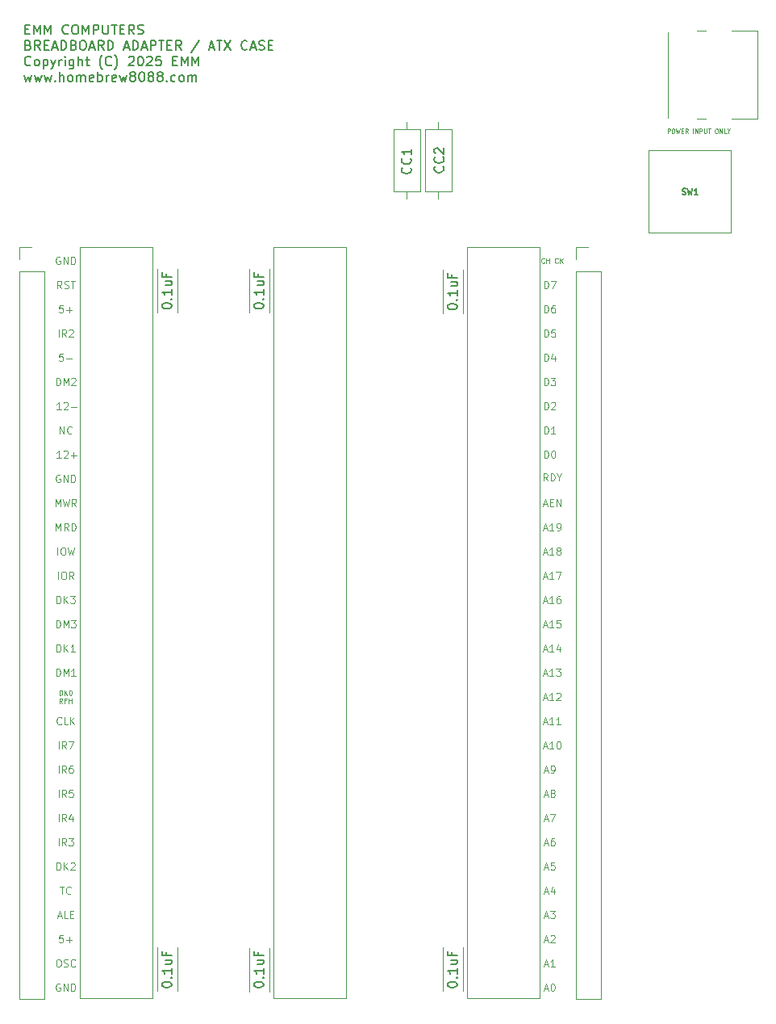
<source format=gbr>
G04 #@! TF.GenerationSoftware,KiCad,Pcbnew,(5.1.8)-1*
G04 #@! TF.CreationDate,2025-01-31T06:48:15-07:00*
G04 #@! TF.ProjectId,Breadboard Adapter,42726561-6462-46f6-9172-642041646170,rev?*
G04 #@! TF.SameCoordinates,Original*
G04 #@! TF.FileFunction,Legend,Top*
G04 #@! TF.FilePolarity,Positive*
%FSLAX46Y46*%
G04 Gerber Fmt 4.6, Leading zero omitted, Abs format (unit mm)*
G04 Created by KiCad (PCBNEW (5.1.8)-1) date 2025-01-31 06:48:15*
%MOMM*%
%LPD*%
G01*
G04 APERTURE LIST*
%ADD10C,0.114300*%
%ADD11C,0.150000*%
%ADD12C,0.101600*%
%ADD13C,0.076200*%
%ADD14C,0.120000*%
G04 APERTURE END LIST*
D10*
X156901152Y-24844828D02*
X156901152Y-24387628D01*
X157075323Y-24387628D01*
X157118866Y-24409400D01*
X157140637Y-24431171D01*
X157162409Y-24474714D01*
X157162409Y-24540028D01*
X157140637Y-24583571D01*
X157118866Y-24605342D01*
X157075323Y-24627114D01*
X156901152Y-24627114D01*
X157445437Y-24387628D02*
X157532523Y-24387628D01*
X157576066Y-24409400D01*
X157619609Y-24452942D01*
X157641380Y-24540028D01*
X157641380Y-24692428D01*
X157619609Y-24779514D01*
X157576066Y-24823057D01*
X157532523Y-24844828D01*
X157445437Y-24844828D01*
X157401895Y-24823057D01*
X157358352Y-24779514D01*
X157336580Y-24692428D01*
X157336580Y-24540028D01*
X157358352Y-24452942D01*
X157401895Y-24409400D01*
X157445437Y-24387628D01*
X157793780Y-24387628D02*
X157902637Y-24844828D01*
X157989723Y-24518257D01*
X158076809Y-24844828D01*
X158185666Y-24387628D01*
X158359837Y-24605342D02*
X158512237Y-24605342D01*
X158577552Y-24844828D02*
X158359837Y-24844828D01*
X158359837Y-24387628D01*
X158577552Y-24387628D01*
X159034752Y-24844828D02*
X158882352Y-24627114D01*
X158773495Y-24844828D02*
X158773495Y-24387628D01*
X158947666Y-24387628D01*
X158991209Y-24409400D01*
X159012980Y-24431171D01*
X159034752Y-24474714D01*
X159034752Y-24540028D01*
X159012980Y-24583571D01*
X158991209Y-24605342D01*
X158947666Y-24627114D01*
X158773495Y-24627114D01*
X159579037Y-24844828D02*
X159579037Y-24387628D01*
X159796752Y-24844828D02*
X159796752Y-24387628D01*
X160058009Y-24844828D01*
X160058009Y-24387628D01*
X160275723Y-24844828D02*
X160275723Y-24387628D01*
X160449895Y-24387628D01*
X160493437Y-24409400D01*
X160515209Y-24431171D01*
X160536980Y-24474714D01*
X160536980Y-24540028D01*
X160515209Y-24583571D01*
X160493437Y-24605342D01*
X160449895Y-24627114D01*
X160275723Y-24627114D01*
X160732923Y-24387628D02*
X160732923Y-24757742D01*
X160754695Y-24801285D01*
X160776466Y-24823057D01*
X160820009Y-24844828D01*
X160907095Y-24844828D01*
X160950637Y-24823057D01*
X160972409Y-24801285D01*
X160994180Y-24757742D01*
X160994180Y-24387628D01*
X161146580Y-24387628D02*
X161407837Y-24387628D01*
X161277209Y-24844828D02*
X161277209Y-24387628D01*
X161995666Y-24387628D02*
X162082752Y-24387628D01*
X162126295Y-24409400D01*
X162169837Y-24452942D01*
X162191609Y-24540028D01*
X162191609Y-24692428D01*
X162169837Y-24779514D01*
X162126295Y-24823057D01*
X162082752Y-24844828D01*
X161995666Y-24844828D01*
X161952123Y-24823057D01*
X161908580Y-24779514D01*
X161886809Y-24692428D01*
X161886809Y-24540028D01*
X161908580Y-24452942D01*
X161952123Y-24409400D01*
X161995666Y-24387628D01*
X162387552Y-24844828D02*
X162387552Y-24387628D01*
X162648809Y-24844828D01*
X162648809Y-24387628D01*
X163084237Y-24844828D02*
X162866523Y-24844828D01*
X162866523Y-24387628D01*
X163323723Y-24627114D02*
X163323723Y-24844828D01*
X163171323Y-24387628D02*
X163323723Y-24627114D01*
X163476123Y-24387628D01*
D11*
X89489595Y-13963571D02*
X89822928Y-13963571D01*
X89965785Y-14487380D02*
X89489595Y-14487380D01*
X89489595Y-13487380D01*
X89965785Y-13487380D01*
X90394357Y-14487380D02*
X90394357Y-13487380D01*
X90727690Y-14201666D01*
X91061023Y-13487380D01*
X91061023Y-14487380D01*
X91537214Y-14487380D02*
X91537214Y-13487380D01*
X91870547Y-14201666D01*
X92203880Y-13487380D01*
X92203880Y-14487380D01*
X94013404Y-14392142D02*
X93965785Y-14439761D01*
X93822928Y-14487380D01*
X93727690Y-14487380D01*
X93584833Y-14439761D01*
X93489595Y-14344523D01*
X93441976Y-14249285D01*
X93394357Y-14058809D01*
X93394357Y-13915952D01*
X93441976Y-13725476D01*
X93489595Y-13630238D01*
X93584833Y-13535000D01*
X93727690Y-13487380D01*
X93822928Y-13487380D01*
X93965785Y-13535000D01*
X94013404Y-13582619D01*
X94632452Y-13487380D02*
X94822928Y-13487380D01*
X94918166Y-13535000D01*
X95013404Y-13630238D01*
X95061023Y-13820714D01*
X95061023Y-14154047D01*
X95013404Y-14344523D01*
X94918166Y-14439761D01*
X94822928Y-14487380D01*
X94632452Y-14487380D01*
X94537214Y-14439761D01*
X94441976Y-14344523D01*
X94394357Y-14154047D01*
X94394357Y-13820714D01*
X94441976Y-13630238D01*
X94537214Y-13535000D01*
X94632452Y-13487380D01*
X95489595Y-14487380D02*
X95489595Y-13487380D01*
X95822928Y-14201666D01*
X96156261Y-13487380D01*
X96156261Y-14487380D01*
X96632452Y-14487380D02*
X96632452Y-13487380D01*
X97013404Y-13487380D01*
X97108642Y-13535000D01*
X97156261Y-13582619D01*
X97203880Y-13677857D01*
X97203880Y-13820714D01*
X97156261Y-13915952D01*
X97108642Y-13963571D01*
X97013404Y-14011190D01*
X96632452Y-14011190D01*
X97632452Y-13487380D02*
X97632452Y-14296904D01*
X97680071Y-14392142D01*
X97727690Y-14439761D01*
X97822928Y-14487380D01*
X98013404Y-14487380D01*
X98108642Y-14439761D01*
X98156261Y-14392142D01*
X98203880Y-14296904D01*
X98203880Y-13487380D01*
X98537214Y-13487380D02*
X99108642Y-13487380D01*
X98822928Y-14487380D02*
X98822928Y-13487380D01*
X99441976Y-13963571D02*
X99775309Y-13963571D01*
X99918166Y-14487380D02*
X99441976Y-14487380D01*
X99441976Y-13487380D01*
X99918166Y-13487380D01*
X100918166Y-14487380D02*
X100584833Y-14011190D01*
X100346738Y-14487380D02*
X100346738Y-13487380D01*
X100727690Y-13487380D01*
X100822928Y-13535000D01*
X100870547Y-13582619D01*
X100918166Y-13677857D01*
X100918166Y-13820714D01*
X100870547Y-13915952D01*
X100822928Y-13963571D01*
X100727690Y-14011190D01*
X100346738Y-14011190D01*
X101299119Y-14439761D02*
X101441976Y-14487380D01*
X101680071Y-14487380D01*
X101775309Y-14439761D01*
X101822928Y-14392142D01*
X101870547Y-14296904D01*
X101870547Y-14201666D01*
X101822928Y-14106428D01*
X101775309Y-14058809D01*
X101680071Y-14011190D01*
X101489595Y-13963571D01*
X101394357Y-13915952D01*
X101346738Y-13868333D01*
X101299119Y-13773095D01*
X101299119Y-13677857D01*
X101346738Y-13582619D01*
X101394357Y-13535000D01*
X101489595Y-13487380D01*
X101727690Y-13487380D01*
X101870547Y-13535000D01*
X89822928Y-15613571D02*
X89965785Y-15661190D01*
X90013404Y-15708809D01*
X90061023Y-15804047D01*
X90061023Y-15946904D01*
X90013404Y-16042142D01*
X89965785Y-16089761D01*
X89870547Y-16137380D01*
X89489595Y-16137380D01*
X89489595Y-15137380D01*
X89822928Y-15137380D01*
X89918166Y-15185000D01*
X89965785Y-15232619D01*
X90013404Y-15327857D01*
X90013404Y-15423095D01*
X89965785Y-15518333D01*
X89918166Y-15565952D01*
X89822928Y-15613571D01*
X89489595Y-15613571D01*
X91061023Y-16137380D02*
X90727690Y-15661190D01*
X90489595Y-16137380D02*
X90489595Y-15137380D01*
X90870547Y-15137380D01*
X90965785Y-15185000D01*
X91013404Y-15232619D01*
X91061023Y-15327857D01*
X91061023Y-15470714D01*
X91013404Y-15565952D01*
X90965785Y-15613571D01*
X90870547Y-15661190D01*
X90489595Y-15661190D01*
X91489595Y-15613571D02*
X91822928Y-15613571D01*
X91965785Y-16137380D02*
X91489595Y-16137380D01*
X91489595Y-15137380D01*
X91965785Y-15137380D01*
X92346738Y-15851666D02*
X92822928Y-15851666D01*
X92251500Y-16137380D02*
X92584833Y-15137380D01*
X92918166Y-16137380D01*
X93251500Y-16137380D02*
X93251500Y-15137380D01*
X93489595Y-15137380D01*
X93632452Y-15185000D01*
X93727690Y-15280238D01*
X93775309Y-15375476D01*
X93822928Y-15565952D01*
X93822928Y-15708809D01*
X93775309Y-15899285D01*
X93727690Y-15994523D01*
X93632452Y-16089761D01*
X93489595Y-16137380D01*
X93251500Y-16137380D01*
X94584833Y-15613571D02*
X94727690Y-15661190D01*
X94775309Y-15708809D01*
X94822928Y-15804047D01*
X94822928Y-15946904D01*
X94775309Y-16042142D01*
X94727690Y-16089761D01*
X94632452Y-16137380D01*
X94251500Y-16137380D01*
X94251500Y-15137380D01*
X94584833Y-15137380D01*
X94680071Y-15185000D01*
X94727690Y-15232619D01*
X94775309Y-15327857D01*
X94775309Y-15423095D01*
X94727690Y-15518333D01*
X94680071Y-15565952D01*
X94584833Y-15613571D01*
X94251500Y-15613571D01*
X95441976Y-15137380D02*
X95632452Y-15137380D01*
X95727690Y-15185000D01*
X95822928Y-15280238D01*
X95870547Y-15470714D01*
X95870547Y-15804047D01*
X95822928Y-15994523D01*
X95727690Y-16089761D01*
X95632452Y-16137380D01*
X95441976Y-16137380D01*
X95346738Y-16089761D01*
X95251500Y-15994523D01*
X95203880Y-15804047D01*
X95203880Y-15470714D01*
X95251500Y-15280238D01*
X95346738Y-15185000D01*
X95441976Y-15137380D01*
X96251500Y-15851666D02*
X96727690Y-15851666D01*
X96156261Y-16137380D02*
X96489595Y-15137380D01*
X96822928Y-16137380D01*
X97727690Y-16137380D02*
X97394357Y-15661190D01*
X97156261Y-16137380D02*
X97156261Y-15137380D01*
X97537214Y-15137380D01*
X97632452Y-15185000D01*
X97680071Y-15232619D01*
X97727690Y-15327857D01*
X97727690Y-15470714D01*
X97680071Y-15565952D01*
X97632452Y-15613571D01*
X97537214Y-15661190D01*
X97156261Y-15661190D01*
X98156261Y-16137380D02*
X98156261Y-15137380D01*
X98394357Y-15137380D01*
X98537214Y-15185000D01*
X98632452Y-15280238D01*
X98680071Y-15375476D01*
X98727690Y-15565952D01*
X98727690Y-15708809D01*
X98680071Y-15899285D01*
X98632452Y-15994523D01*
X98537214Y-16089761D01*
X98394357Y-16137380D01*
X98156261Y-16137380D01*
X99870547Y-15851666D02*
X100346738Y-15851666D01*
X99775309Y-16137380D02*
X100108642Y-15137380D01*
X100441976Y-16137380D01*
X100775309Y-16137380D02*
X100775309Y-15137380D01*
X101013404Y-15137380D01*
X101156261Y-15185000D01*
X101251500Y-15280238D01*
X101299119Y-15375476D01*
X101346738Y-15565952D01*
X101346738Y-15708809D01*
X101299119Y-15899285D01*
X101251500Y-15994523D01*
X101156261Y-16089761D01*
X101013404Y-16137380D01*
X100775309Y-16137380D01*
X101727690Y-15851666D02*
X102203880Y-15851666D01*
X101632452Y-16137380D02*
X101965785Y-15137380D01*
X102299119Y-16137380D01*
X102632452Y-16137380D02*
X102632452Y-15137380D01*
X103013404Y-15137380D01*
X103108642Y-15185000D01*
X103156261Y-15232619D01*
X103203880Y-15327857D01*
X103203880Y-15470714D01*
X103156261Y-15565952D01*
X103108642Y-15613571D01*
X103013404Y-15661190D01*
X102632452Y-15661190D01*
X103489595Y-15137380D02*
X104061023Y-15137380D01*
X103775309Y-16137380D02*
X103775309Y-15137380D01*
X104394357Y-15613571D02*
X104727690Y-15613571D01*
X104870547Y-16137380D02*
X104394357Y-16137380D01*
X104394357Y-15137380D01*
X104870547Y-15137380D01*
X105870547Y-16137380D02*
X105537214Y-15661190D01*
X105299119Y-16137380D02*
X105299119Y-15137380D01*
X105680071Y-15137380D01*
X105775309Y-15185000D01*
X105822928Y-15232619D01*
X105870547Y-15327857D01*
X105870547Y-15470714D01*
X105822928Y-15565952D01*
X105775309Y-15613571D01*
X105680071Y-15661190D01*
X105299119Y-15661190D01*
X107775309Y-15089761D02*
X106918166Y-16375476D01*
X108822928Y-15851666D02*
X109299119Y-15851666D01*
X108727690Y-16137380D02*
X109061023Y-15137380D01*
X109394357Y-16137380D01*
X109584833Y-15137380D02*
X110156261Y-15137380D01*
X109870547Y-16137380D02*
X109870547Y-15137380D01*
X110394357Y-15137380D02*
X111061023Y-16137380D01*
X111061023Y-15137380D02*
X110394357Y-16137380D01*
X112775309Y-16042142D02*
X112727690Y-16089761D01*
X112584833Y-16137380D01*
X112489595Y-16137380D01*
X112346738Y-16089761D01*
X112251500Y-15994523D01*
X112203880Y-15899285D01*
X112156261Y-15708809D01*
X112156261Y-15565952D01*
X112203880Y-15375476D01*
X112251500Y-15280238D01*
X112346738Y-15185000D01*
X112489595Y-15137380D01*
X112584833Y-15137380D01*
X112727690Y-15185000D01*
X112775309Y-15232619D01*
X113156261Y-15851666D02*
X113632452Y-15851666D01*
X113061023Y-16137380D02*
X113394357Y-15137380D01*
X113727690Y-16137380D01*
X114013404Y-16089761D02*
X114156261Y-16137380D01*
X114394357Y-16137380D01*
X114489595Y-16089761D01*
X114537214Y-16042142D01*
X114584833Y-15946904D01*
X114584833Y-15851666D01*
X114537214Y-15756428D01*
X114489595Y-15708809D01*
X114394357Y-15661190D01*
X114203880Y-15613571D01*
X114108642Y-15565952D01*
X114061023Y-15518333D01*
X114013404Y-15423095D01*
X114013404Y-15327857D01*
X114061023Y-15232619D01*
X114108642Y-15185000D01*
X114203880Y-15137380D01*
X114441976Y-15137380D01*
X114584833Y-15185000D01*
X115013404Y-15613571D02*
X115346738Y-15613571D01*
X115489595Y-16137380D02*
X115013404Y-16137380D01*
X115013404Y-15137380D01*
X115489595Y-15137380D01*
X90061023Y-17692142D02*
X90013404Y-17739761D01*
X89870547Y-17787380D01*
X89775309Y-17787380D01*
X89632452Y-17739761D01*
X89537214Y-17644523D01*
X89489595Y-17549285D01*
X89441976Y-17358809D01*
X89441976Y-17215952D01*
X89489595Y-17025476D01*
X89537214Y-16930238D01*
X89632452Y-16835000D01*
X89775309Y-16787380D01*
X89870547Y-16787380D01*
X90013404Y-16835000D01*
X90061023Y-16882619D01*
X90632452Y-17787380D02*
X90537214Y-17739761D01*
X90489595Y-17692142D01*
X90441976Y-17596904D01*
X90441976Y-17311190D01*
X90489595Y-17215952D01*
X90537214Y-17168333D01*
X90632452Y-17120714D01*
X90775309Y-17120714D01*
X90870547Y-17168333D01*
X90918166Y-17215952D01*
X90965785Y-17311190D01*
X90965785Y-17596904D01*
X90918166Y-17692142D01*
X90870547Y-17739761D01*
X90775309Y-17787380D01*
X90632452Y-17787380D01*
X91394357Y-17120714D02*
X91394357Y-18120714D01*
X91394357Y-17168333D02*
X91489595Y-17120714D01*
X91680071Y-17120714D01*
X91775309Y-17168333D01*
X91822928Y-17215952D01*
X91870547Y-17311190D01*
X91870547Y-17596904D01*
X91822928Y-17692142D01*
X91775309Y-17739761D01*
X91680071Y-17787380D01*
X91489595Y-17787380D01*
X91394357Y-17739761D01*
X92203880Y-17120714D02*
X92441976Y-17787380D01*
X92680071Y-17120714D02*
X92441976Y-17787380D01*
X92346738Y-18025476D01*
X92299119Y-18073095D01*
X92203880Y-18120714D01*
X93061023Y-17787380D02*
X93061023Y-17120714D01*
X93061023Y-17311190D02*
X93108642Y-17215952D01*
X93156261Y-17168333D01*
X93251500Y-17120714D01*
X93346738Y-17120714D01*
X93680071Y-17787380D02*
X93680071Y-17120714D01*
X93680071Y-16787380D02*
X93632452Y-16835000D01*
X93680071Y-16882619D01*
X93727690Y-16835000D01*
X93680071Y-16787380D01*
X93680071Y-16882619D01*
X94584833Y-17120714D02*
X94584833Y-17930238D01*
X94537214Y-18025476D01*
X94489595Y-18073095D01*
X94394357Y-18120714D01*
X94251500Y-18120714D01*
X94156261Y-18073095D01*
X94584833Y-17739761D02*
X94489595Y-17787380D01*
X94299119Y-17787380D01*
X94203880Y-17739761D01*
X94156261Y-17692142D01*
X94108642Y-17596904D01*
X94108642Y-17311190D01*
X94156261Y-17215952D01*
X94203880Y-17168333D01*
X94299119Y-17120714D01*
X94489595Y-17120714D01*
X94584833Y-17168333D01*
X95061023Y-17787380D02*
X95061023Y-16787380D01*
X95489595Y-17787380D02*
X95489595Y-17263571D01*
X95441976Y-17168333D01*
X95346738Y-17120714D01*
X95203880Y-17120714D01*
X95108642Y-17168333D01*
X95061023Y-17215952D01*
X95822928Y-17120714D02*
X96203880Y-17120714D01*
X95965785Y-16787380D02*
X95965785Y-17644523D01*
X96013404Y-17739761D01*
X96108642Y-17787380D01*
X96203880Y-17787380D01*
X97584833Y-18168333D02*
X97537214Y-18120714D01*
X97441976Y-17977857D01*
X97394357Y-17882619D01*
X97346738Y-17739761D01*
X97299119Y-17501666D01*
X97299119Y-17311190D01*
X97346738Y-17073095D01*
X97394357Y-16930238D01*
X97441976Y-16835000D01*
X97537214Y-16692142D01*
X97584833Y-16644523D01*
X98537214Y-17692142D02*
X98489595Y-17739761D01*
X98346738Y-17787380D01*
X98251500Y-17787380D01*
X98108642Y-17739761D01*
X98013404Y-17644523D01*
X97965785Y-17549285D01*
X97918166Y-17358809D01*
X97918166Y-17215952D01*
X97965785Y-17025476D01*
X98013404Y-16930238D01*
X98108642Y-16835000D01*
X98251500Y-16787380D01*
X98346738Y-16787380D01*
X98489595Y-16835000D01*
X98537214Y-16882619D01*
X98870547Y-18168333D02*
X98918166Y-18120714D01*
X99013404Y-17977857D01*
X99061023Y-17882619D01*
X99108642Y-17739761D01*
X99156261Y-17501666D01*
X99156261Y-17311190D01*
X99108642Y-17073095D01*
X99061023Y-16930238D01*
X99013404Y-16835000D01*
X98918166Y-16692142D01*
X98870547Y-16644523D01*
X100346738Y-16882619D02*
X100394357Y-16835000D01*
X100489595Y-16787380D01*
X100727690Y-16787380D01*
X100822928Y-16835000D01*
X100870547Y-16882619D01*
X100918166Y-16977857D01*
X100918166Y-17073095D01*
X100870547Y-17215952D01*
X100299119Y-17787380D01*
X100918166Y-17787380D01*
X101537214Y-16787380D02*
X101632452Y-16787380D01*
X101727690Y-16835000D01*
X101775309Y-16882619D01*
X101822928Y-16977857D01*
X101870547Y-17168333D01*
X101870547Y-17406428D01*
X101822928Y-17596904D01*
X101775309Y-17692142D01*
X101727690Y-17739761D01*
X101632452Y-17787380D01*
X101537214Y-17787380D01*
X101441976Y-17739761D01*
X101394357Y-17692142D01*
X101346738Y-17596904D01*
X101299119Y-17406428D01*
X101299119Y-17168333D01*
X101346738Y-16977857D01*
X101394357Y-16882619D01*
X101441976Y-16835000D01*
X101537214Y-16787380D01*
X102251500Y-16882619D02*
X102299119Y-16835000D01*
X102394357Y-16787380D01*
X102632452Y-16787380D01*
X102727690Y-16835000D01*
X102775309Y-16882619D01*
X102822928Y-16977857D01*
X102822928Y-17073095D01*
X102775309Y-17215952D01*
X102203880Y-17787380D01*
X102822928Y-17787380D01*
X103727690Y-16787380D02*
X103251500Y-16787380D01*
X103203880Y-17263571D01*
X103251500Y-17215952D01*
X103346738Y-17168333D01*
X103584833Y-17168333D01*
X103680071Y-17215952D01*
X103727690Y-17263571D01*
X103775309Y-17358809D01*
X103775309Y-17596904D01*
X103727690Y-17692142D01*
X103680071Y-17739761D01*
X103584833Y-17787380D01*
X103346738Y-17787380D01*
X103251500Y-17739761D01*
X103203880Y-17692142D01*
X104965785Y-17263571D02*
X105299119Y-17263571D01*
X105441976Y-17787380D02*
X104965785Y-17787380D01*
X104965785Y-16787380D01*
X105441976Y-16787380D01*
X105870547Y-17787380D02*
X105870547Y-16787380D01*
X106203880Y-17501666D01*
X106537214Y-16787380D01*
X106537214Y-17787380D01*
X107013404Y-17787380D02*
X107013404Y-16787380D01*
X107346738Y-17501666D01*
X107680071Y-16787380D01*
X107680071Y-17787380D01*
X89394357Y-18770714D02*
X89584833Y-19437380D01*
X89775309Y-18961190D01*
X89965785Y-19437380D01*
X90156261Y-18770714D01*
X90441976Y-18770714D02*
X90632452Y-19437380D01*
X90822928Y-18961190D01*
X91013404Y-19437380D01*
X91203880Y-18770714D01*
X91489595Y-18770714D02*
X91680071Y-19437380D01*
X91870547Y-18961190D01*
X92061023Y-19437380D01*
X92251500Y-18770714D01*
X92632452Y-19342142D02*
X92680071Y-19389761D01*
X92632452Y-19437380D01*
X92584833Y-19389761D01*
X92632452Y-19342142D01*
X92632452Y-19437380D01*
X93108642Y-19437380D02*
X93108642Y-18437380D01*
X93537214Y-19437380D02*
X93537214Y-18913571D01*
X93489595Y-18818333D01*
X93394357Y-18770714D01*
X93251500Y-18770714D01*
X93156261Y-18818333D01*
X93108642Y-18865952D01*
X94156261Y-19437380D02*
X94061023Y-19389761D01*
X94013404Y-19342142D01*
X93965785Y-19246904D01*
X93965785Y-18961190D01*
X94013404Y-18865952D01*
X94061023Y-18818333D01*
X94156261Y-18770714D01*
X94299119Y-18770714D01*
X94394357Y-18818333D01*
X94441976Y-18865952D01*
X94489595Y-18961190D01*
X94489595Y-19246904D01*
X94441976Y-19342142D01*
X94394357Y-19389761D01*
X94299119Y-19437380D01*
X94156261Y-19437380D01*
X94918166Y-19437380D02*
X94918166Y-18770714D01*
X94918166Y-18865952D02*
X94965785Y-18818333D01*
X95061023Y-18770714D01*
X95203880Y-18770714D01*
X95299119Y-18818333D01*
X95346738Y-18913571D01*
X95346738Y-19437380D01*
X95346738Y-18913571D02*
X95394357Y-18818333D01*
X95489595Y-18770714D01*
X95632452Y-18770714D01*
X95727690Y-18818333D01*
X95775309Y-18913571D01*
X95775309Y-19437380D01*
X96632452Y-19389761D02*
X96537214Y-19437380D01*
X96346738Y-19437380D01*
X96251500Y-19389761D01*
X96203880Y-19294523D01*
X96203880Y-18913571D01*
X96251500Y-18818333D01*
X96346738Y-18770714D01*
X96537214Y-18770714D01*
X96632452Y-18818333D01*
X96680071Y-18913571D01*
X96680071Y-19008809D01*
X96203880Y-19104047D01*
X97108642Y-19437380D02*
X97108642Y-18437380D01*
X97108642Y-18818333D02*
X97203880Y-18770714D01*
X97394357Y-18770714D01*
X97489595Y-18818333D01*
X97537214Y-18865952D01*
X97584833Y-18961190D01*
X97584833Y-19246904D01*
X97537214Y-19342142D01*
X97489595Y-19389761D01*
X97394357Y-19437380D01*
X97203880Y-19437380D01*
X97108642Y-19389761D01*
X98013404Y-19437380D02*
X98013404Y-18770714D01*
X98013404Y-18961190D02*
X98061023Y-18865952D01*
X98108642Y-18818333D01*
X98203880Y-18770714D01*
X98299119Y-18770714D01*
X99013404Y-19389761D02*
X98918166Y-19437380D01*
X98727690Y-19437380D01*
X98632452Y-19389761D01*
X98584833Y-19294523D01*
X98584833Y-18913571D01*
X98632452Y-18818333D01*
X98727690Y-18770714D01*
X98918166Y-18770714D01*
X99013404Y-18818333D01*
X99061023Y-18913571D01*
X99061023Y-19008809D01*
X98584833Y-19104047D01*
X99394357Y-18770714D02*
X99584833Y-19437380D01*
X99775309Y-18961190D01*
X99965785Y-19437380D01*
X100156261Y-18770714D01*
X100680071Y-18865952D02*
X100584833Y-18818333D01*
X100537214Y-18770714D01*
X100489595Y-18675476D01*
X100489595Y-18627857D01*
X100537214Y-18532619D01*
X100584833Y-18485000D01*
X100680071Y-18437380D01*
X100870547Y-18437380D01*
X100965785Y-18485000D01*
X101013404Y-18532619D01*
X101061023Y-18627857D01*
X101061023Y-18675476D01*
X101013404Y-18770714D01*
X100965785Y-18818333D01*
X100870547Y-18865952D01*
X100680071Y-18865952D01*
X100584833Y-18913571D01*
X100537214Y-18961190D01*
X100489595Y-19056428D01*
X100489595Y-19246904D01*
X100537214Y-19342142D01*
X100584833Y-19389761D01*
X100680071Y-19437380D01*
X100870547Y-19437380D01*
X100965785Y-19389761D01*
X101013404Y-19342142D01*
X101061023Y-19246904D01*
X101061023Y-19056428D01*
X101013404Y-18961190D01*
X100965785Y-18913571D01*
X100870547Y-18865952D01*
X101680071Y-18437380D02*
X101775309Y-18437380D01*
X101870547Y-18485000D01*
X101918166Y-18532619D01*
X101965785Y-18627857D01*
X102013404Y-18818333D01*
X102013404Y-19056428D01*
X101965785Y-19246904D01*
X101918166Y-19342142D01*
X101870547Y-19389761D01*
X101775309Y-19437380D01*
X101680071Y-19437380D01*
X101584833Y-19389761D01*
X101537214Y-19342142D01*
X101489595Y-19246904D01*
X101441976Y-19056428D01*
X101441976Y-18818333D01*
X101489595Y-18627857D01*
X101537214Y-18532619D01*
X101584833Y-18485000D01*
X101680071Y-18437380D01*
X102584833Y-18865952D02*
X102489595Y-18818333D01*
X102441976Y-18770714D01*
X102394357Y-18675476D01*
X102394357Y-18627857D01*
X102441976Y-18532619D01*
X102489595Y-18485000D01*
X102584833Y-18437380D01*
X102775309Y-18437380D01*
X102870547Y-18485000D01*
X102918166Y-18532619D01*
X102965785Y-18627857D01*
X102965785Y-18675476D01*
X102918166Y-18770714D01*
X102870547Y-18818333D01*
X102775309Y-18865952D01*
X102584833Y-18865952D01*
X102489595Y-18913571D01*
X102441976Y-18961190D01*
X102394357Y-19056428D01*
X102394357Y-19246904D01*
X102441976Y-19342142D01*
X102489595Y-19389761D01*
X102584833Y-19437380D01*
X102775309Y-19437380D01*
X102870547Y-19389761D01*
X102918166Y-19342142D01*
X102965785Y-19246904D01*
X102965785Y-19056428D01*
X102918166Y-18961190D01*
X102870547Y-18913571D01*
X102775309Y-18865952D01*
X103537214Y-18865952D02*
X103441976Y-18818333D01*
X103394357Y-18770714D01*
X103346738Y-18675476D01*
X103346738Y-18627857D01*
X103394357Y-18532619D01*
X103441976Y-18485000D01*
X103537214Y-18437380D01*
X103727690Y-18437380D01*
X103822928Y-18485000D01*
X103870547Y-18532619D01*
X103918166Y-18627857D01*
X103918166Y-18675476D01*
X103870547Y-18770714D01*
X103822928Y-18818333D01*
X103727690Y-18865952D01*
X103537214Y-18865952D01*
X103441976Y-18913571D01*
X103394357Y-18961190D01*
X103346738Y-19056428D01*
X103346738Y-19246904D01*
X103394357Y-19342142D01*
X103441976Y-19389761D01*
X103537214Y-19437380D01*
X103727690Y-19437380D01*
X103822928Y-19389761D01*
X103870547Y-19342142D01*
X103918166Y-19246904D01*
X103918166Y-19056428D01*
X103870547Y-18961190D01*
X103822928Y-18913571D01*
X103727690Y-18865952D01*
X104346738Y-19342142D02*
X104394357Y-19389761D01*
X104346738Y-19437380D01*
X104299119Y-19389761D01*
X104346738Y-19342142D01*
X104346738Y-19437380D01*
X105251500Y-19389761D02*
X105156261Y-19437380D01*
X104965785Y-19437380D01*
X104870547Y-19389761D01*
X104822928Y-19342142D01*
X104775309Y-19246904D01*
X104775309Y-18961190D01*
X104822928Y-18865952D01*
X104870547Y-18818333D01*
X104965785Y-18770714D01*
X105156261Y-18770714D01*
X105251500Y-18818333D01*
X105822928Y-19437380D02*
X105727690Y-19389761D01*
X105680071Y-19342142D01*
X105632452Y-19246904D01*
X105632452Y-18961190D01*
X105680071Y-18865952D01*
X105727690Y-18818333D01*
X105822928Y-18770714D01*
X105965785Y-18770714D01*
X106061023Y-18818333D01*
X106108642Y-18865952D01*
X106156261Y-18961190D01*
X106156261Y-19246904D01*
X106108642Y-19342142D01*
X106061023Y-19389761D01*
X105965785Y-19437380D01*
X105822928Y-19437380D01*
X106584833Y-19437380D02*
X106584833Y-18770714D01*
X106584833Y-18865952D02*
X106632452Y-18818333D01*
X106727690Y-18770714D01*
X106870547Y-18770714D01*
X106965785Y-18818333D01*
X107013404Y-18913571D01*
X107013404Y-19437380D01*
X107013404Y-18913571D02*
X107061023Y-18818333D01*
X107156261Y-18770714D01*
X107299119Y-18770714D01*
X107394357Y-18818333D01*
X107441976Y-18913571D01*
X107441976Y-19437380D01*
D12*
X93127285Y-56351714D02*
X93127285Y-55589714D01*
X93562714Y-56351714D01*
X93562714Y-55589714D01*
X94361000Y-56279142D02*
X94324714Y-56315428D01*
X94215857Y-56351714D01*
X94143285Y-56351714D01*
X94034428Y-56315428D01*
X93961857Y-56242857D01*
X93925571Y-56170285D01*
X93889285Y-56025142D01*
X93889285Y-55916285D01*
X93925571Y-55771142D01*
X93961857Y-55698571D01*
X94034428Y-55626000D01*
X94143285Y-55589714D01*
X94215857Y-55589714D01*
X94324714Y-55626000D01*
X94361000Y-55662285D01*
X93236142Y-53811714D02*
X92800714Y-53811714D01*
X93018428Y-53811714D02*
X93018428Y-53049714D01*
X92945857Y-53158571D01*
X92873285Y-53231142D01*
X92800714Y-53267428D01*
X93526428Y-53122285D02*
X93562714Y-53086000D01*
X93635285Y-53049714D01*
X93816714Y-53049714D01*
X93889285Y-53086000D01*
X93925571Y-53122285D01*
X93961857Y-53194857D01*
X93961857Y-53267428D01*
X93925571Y-53376285D01*
X93490142Y-53811714D01*
X93961857Y-53811714D01*
X94288428Y-53521428D02*
X94869000Y-53521428D01*
X92728142Y-51271714D02*
X92728142Y-50509714D01*
X92909571Y-50509714D01*
X93018428Y-50546000D01*
X93091000Y-50618571D01*
X93127285Y-50691142D01*
X93163571Y-50836285D01*
X93163571Y-50945142D01*
X93127285Y-51090285D01*
X93091000Y-51162857D01*
X93018428Y-51235428D01*
X92909571Y-51271714D01*
X92728142Y-51271714D01*
X93490142Y-51271714D02*
X93490142Y-50509714D01*
X93744142Y-51054000D01*
X93998142Y-50509714D01*
X93998142Y-51271714D01*
X94324714Y-50582285D02*
X94361000Y-50546000D01*
X94433571Y-50509714D01*
X94615000Y-50509714D01*
X94687571Y-50546000D01*
X94723857Y-50582285D01*
X94760142Y-50654857D01*
X94760142Y-50727428D01*
X94723857Y-50836285D01*
X94288428Y-51271714D01*
X94760142Y-51271714D01*
X93435714Y-47969714D02*
X93072857Y-47969714D01*
X93036571Y-48332571D01*
X93072857Y-48296285D01*
X93145428Y-48260000D01*
X93326857Y-48260000D01*
X93399428Y-48296285D01*
X93435714Y-48332571D01*
X93472000Y-48405142D01*
X93472000Y-48586571D01*
X93435714Y-48659142D01*
X93399428Y-48695428D01*
X93326857Y-48731714D01*
X93145428Y-48731714D01*
X93072857Y-48695428D01*
X93036571Y-48659142D01*
X93798571Y-48441428D02*
X94379142Y-48441428D01*
X92982142Y-46191714D02*
X92982142Y-45429714D01*
X93780428Y-46191714D02*
X93526428Y-45828857D01*
X93345000Y-46191714D02*
X93345000Y-45429714D01*
X93635285Y-45429714D01*
X93707857Y-45466000D01*
X93744142Y-45502285D01*
X93780428Y-45574857D01*
X93780428Y-45683714D01*
X93744142Y-45756285D01*
X93707857Y-45792571D01*
X93635285Y-45828857D01*
X93345000Y-45828857D01*
X94070714Y-45502285D02*
X94107000Y-45466000D01*
X94179571Y-45429714D01*
X94361000Y-45429714D01*
X94433571Y-45466000D01*
X94469857Y-45502285D01*
X94506142Y-45574857D01*
X94506142Y-45647428D01*
X94469857Y-45756285D01*
X94034428Y-46191714D01*
X94506142Y-46191714D01*
X93435714Y-42889714D02*
X93072857Y-42889714D01*
X93036571Y-43252571D01*
X93072857Y-43216285D01*
X93145428Y-43180000D01*
X93326857Y-43180000D01*
X93399428Y-43216285D01*
X93435714Y-43252571D01*
X93472000Y-43325142D01*
X93472000Y-43506571D01*
X93435714Y-43579142D01*
X93399428Y-43615428D01*
X93326857Y-43651714D01*
X93145428Y-43651714D01*
X93072857Y-43615428D01*
X93036571Y-43579142D01*
X93798571Y-43361428D02*
X94379142Y-43361428D01*
X94088857Y-43651714D02*
X94088857Y-43071142D01*
X93308714Y-41111714D02*
X93054714Y-40748857D01*
X92873285Y-41111714D02*
X92873285Y-40349714D01*
X93163571Y-40349714D01*
X93236142Y-40386000D01*
X93272428Y-40422285D01*
X93308714Y-40494857D01*
X93308714Y-40603714D01*
X93272428Y-40676285D01*
X93236142Y-40712571D01*
X93163571Y-40748857D01*
X92873285Y-40748857D01*
X93599000Y-41075428D02*
X93707857Y-41111714D01*
X93889285Y-41111714D01*
X93961857Y-41075428D01*
X93998142Y-41039142D01*
X94034428Y-40966571D01*
X94034428Y-40894000D01*
X93998142Y-40821428D01*
X93961857Y-40785142D01*
X93889285Y-40748857D01*
X93744142Y-40712571D01*
X93671571Y-40676285D01*
X93635285Y-40640000D01*
X93599000Y-40567428D01*
X93599000Y-40494857D01*
X93635285Y-40422285D01*
X93671571Y-40386000D01*
X93744142Y-40349714D01*
X93925571Y-40349714D01*
X94034428Y-40386000D01*
X94252142Y-40349714D02*
X94687571Y-40349714D01*
X94469857Y-41111714D02*
X94469857Y-40349714D01*
X93145428Y-37846000D02*
X93072857Y-37809714D01*
X92964000Y-37809714D01*
X92855142Y-37846000D01*
X92782571Y-37918571D01*
X92746285Y-37991142D01*
X92710000Y-38136285D01*
X92710000Y-38245142D01*
X92746285Y-38390285D01*
X92782571Y-38462857D01*
X92855142Y-38535428D01*
X92964000Y-38571714D01*
X93036571Y-38571714D01*
X93145428Y-38535428D01*
X93181714Y-38499142D01*
X93181714Y-38245142D01*
X93036571Y-38245142D01*
X93508285Y-38571714D02*
X93508285Y-37809714D01*
X93943714Y-38571714D01*
X93943714Y-37809714D01*
X94306571Y-38571714D02*
X94306571Y-37809714D01*
X94488000Y-37809714D01*
X94596857Y-37846000D01*
X94669428Y-37918571D01*
X94705714Y-37991142D01*
X94742000Y-38136285D01*
X94742000Y-38245142D01*
X94705714Y-38390285D01*
X94669428Y-38462857D01*
X94596857Y-38535428D01*
X94488000Y-38571714D01*
X94306571Y-38571714D01*
X93145428Y-60706000D02*
X93072857Y-60669714D01*
X92964000Y-60669714D01*
X92855142Y-60706000D01*
X92782571Y-60778571D01*
X92746285Y-60851142D01*
X92710000Y-60996285D01*
X92710000Y-61105142D01*
X92746285Y-61250285D01*
X92782571Y-61322857D01*
X92855142Y-61395428D01*
X92964000Y-61431714D01*
X93036571Y-61431714D01*
X93145428Y-61395428D01*
X93181714Y-61359142D01*
X93181714Y-61105142D01*
X93036571Y-61105142D01*
X93508285Y-61431714D02*
X93508285Y-60669714D01*
X93943714Y-61431714D01*
X93943714Y-60669714D01*
X94306571Y-61431714D02*
X94306571Y-60669714D01*
X94488000Y-60669714D01*
X94596857Y-60706000D01*
X94669428Y-60778571D01*
X94705714Y-60851142D01*
X94742000Y-60996285D01*
X94742000Y-61105142D01*
X94705714Y-61250285D01*
X94669428Y-61322857D01*
X94596857Y-61395428D01*
X94488000Y-61431714D01*
X94306571Y-61431714D01*
D13*
X143969619Y-38408428D02*
X143945428Y-38432619D01*
X143872857Y-38456809D01*
X143824476Y-38456809D01*
X143751904Y-38432619D01*
X143703523Y-38384238D01*
X143679333Y-38335857D01*
X143655142Y-38239095D01*
X143655142Y-38166523D01*
X143679333Y-38069761D01*
X143703523Y-38021380D01*
X143751904Y-37973000D01*
X143824476Y-37948809D01*
X143872857Y-37948809D01*
X143945428Y-37973000D01*
X143969619Y-37997190D01*
X144187333Y-38456809D02*
X144187333Y-37948809D01*
X144187333Y-38190714D02*
X144477619Y-38190714D01*
X144477619Y-38456809D02*
X144477619Y-37948809D01*
X145396857Y-38408428D02*
X145372666Y-38432619D01*
X145300095Y-38456809D01*
X145251714Y-38456809D01*
X145179142Y-38432619D01*
X145130761Y-38384238D01*
X145106571Y-38335857D01*
X145082380Y-38239095D01*
X145082380Y-38166523D01*
X145106571Y-38069761D01*
X145130761Y-38021380D01*
X145179142Y-37973000D01*
X145251714Y-37948809D01*
X145300095Y-37948809D01*
X145372666Y-37973000D01*
X145396857Y-37997190D01*
X145614571Y-38456809D02*
X145614571Y-37948809D01*
X145904857Y-38456809D02*
X145687142Y-38166523D01*
X145904857Y-37948809D02*
X145614571Y-38239095D01*
D12*
X93236142Y-58891714D02*
X92800714Y-58891714D01*
X93018428Y-58891714D02*
X93018428Y-58129714D01*
X92945857Y-58238571D01*
X92873285Y-58311142D01*
X92800714Y-58347428D01*
X93526428Y-58202285D02*
X93562714Y-58166000D01*
X93635285Y-58129714D01*
X93816714Y-58129714D01*
X93889285Y-58166000D01*
X93925571Y-58202285D01*
X93961857Y-58274857D01*
X93961857Y-58347428D01*
X93925571Y-58456285D01*
X93490142Y-58891714D01*
X93961857Y-58891714D01*
X94288428Y-58601428D02*
X94869000Y-58601428D01*
X94578714Y-58891714D02*
X94578714Y-58311142D01*
X143981714Y-109474000D02*
X144344571Y-109474000D01*
X143909142Y-109691714D02*
X144163142Y-108929714D01*
X144417142Y-109691714D01*
X144634857Y-109002285D02*
X144671142Y-108966000D01*
X144743714Y-108929714D01*
X144925142Y-108929714D01*
X144997714Y-108966000D01*
X145034000Y-109002285D01*
X145070285Y-109074857D01*
X145070285Y-109147428D01*
X145034000Y-109256285D01*
X144598571Y-109691714D01*
X145070285Y-109691714D01*
X92982142Y-89371714D02*
X92982142Y-88609714D01*
X93780428Y-89371714D02*
X93526428Y-89008857D01*
X93345000Y-89371714D02*
X93345000Y-88609714D01*
X93635285Y-88609714D01*
X93707857Y-88646000D01*
X93744142Y-88682285D01*
X93780428Y-88754857D01*
X93780428Y-88863714D01*
X93744142Y-88936285D01*
X93707857Y-88972571D01*
X93635285Y-89008857D01*
X93345000Y-89008857D01*
X94034428Y-88609714D02*
X94542428Y-88609714D01*
X94215857Y-89371714D01*
X92909571Y-111469714D02*
X93054714Y-111469714D01*
X93127285Y-111506000D01*
X93199857Y-111578571D01*
X93236142Y-111723714D01*
X93236142Y-111977714D01*
X93199857Y-112122857D01*
X93127285Y-112195428D01*
X93054714Y-112231714D01*
X92909571Y-112231714D01*
X92837000Y-112195428D01*
X92764428Y-112122857D01*
X92728142Y-111977714D01*
X92728142Y-111723714D01*
X92764428Y-111578571D01*
X92837000Y-111506000D01*
X92909571Y-111469714D01*
X93526428Y-112195428D02*
X93635285Y-112231714D01*
X93816714Y-112231714D01*
X93889285Y-112195428D01*
X93925571Y-112159142D01*
X93961857Y-112086571D01*
X93961857Y-112014000D01*
X93925571Y-111941428D01*
X93889285Y-111905142D01*
X93816714Y-111868857D01*
X93671571Y-111832571D01*
X93599000Y-111796285D01*
X93562714Y-111760000D01*
X93526428Y-111687428D01*
X93526428Y-111614857D01*
X93562714Y-111542285D01*
X93599000Y-111506000D01*
X93671571Y-111469714D01*
X93853000Y-111469714D01*
X93961857Y-111506000D01*
X94723857Y-112159142D02*
X94687571Y-112195428D01*
X94578714Y-112231714D01*
X94506142Y-112231714D01*
X94397285Y-112195428D01*
X94324714Y-112122857D01*
X94288428Y-112050285D01*
X94252142Y-111905142D01*
X94252142Y-111796285D01*
X94288428Y-111651142D01*
X94324714Y-111578571D01*
X94397285Y-111506000D01*
X94506142Y-111469714D01*
X94578714Y-111469714D01*
X94687571Y-111506000D01*
X94723857Y-111542285D01*
X92982142Y-94451714D02*
X92982142Y-93689714D01*
X93780428Y-94451714D02*
X93526428Y-94088857D01*
X93345000Y-94451714D02*
X93345000Y-93689714D01*
X93635285Y-93689714D01*
X93707857Y-93726000D01*
X93744142Y-93762285D01*
X93780428Y-93834857D01*
X93780428Y-93943714D01*
X93744142Y-94016285D01*
X93707857Y-94052571D01*
X93635285Y-94088857D01*
X93345000Y-94088857D01*
X94469857Y-93689714D02*
X94107000Y-93689714D01*
X94070714Y-94052571D01*
X94107000Y-94016285D01*
X94179571Y-93980000D01*
X94361000Y-93980000D01*
X94433571Y-94016285D01*
X94469857Y-94052571D01*
X94506142Y-94125142D01*
X94506142Y-94306571D01*
X94469857Y-94379142D01*
X94433571Y-94415428D01*
X94361000Y-94451714D01*
X94179571Y-94451714D01*
X94107000Y-94415428D01*
X94070714Y-94379142D01*
X143981714Y-91694000D02*
X144344571Y-91694000D01*
X143909142Y-91911714D02*
X144163142Y-91149714D01*
X144417142Y-91911714D01*
X144707428Y-91911714D02*
X144852571Y-91911714D01*
X144925142Y-91875428D01*
X144961428Y-91839142D01*
X145034000Y-91730285D01*
X145070285Y-91585142D01*
X145070285Y-91294857D01*
X145034000Y-91222285D01*
X144997714Y-91186000D01*
X144925142Y-91149714D01*
X144780000Y-91149714D01*
X144707428Y-91186000D01*
X144671142Y-91222285D01*
X144634857Y-91294857D01*
X144634857Y-91476285D01*
X144671142Y-91548857D01*
X144707428Y-91585142D01*
X144780000Y-91621428D01*
X144925142Y-91621428D01*
X144997714Y-91585142D01*
X145034000Y-91548857D01*
X145070285Y-91476285D01*
X143872857Y-73914000D02*
X144235714Y-73914000D01*
X143800285Y-74131714D02*
X144054285Y-73369714D01*
X144308285Y-74131714D01*
X144961428Y-74131714D02*
X144526000Y-74131714D01*
X144743714Y-74131714D02*
X144743714Y-73369714D01*
X144671142Y-73478571D01*
X144598571Y-73551142D01*
X144526000Y-73587428D01*
X145614571Y-73369714D02*
X145469428Y-73369714D01*
X145396857Y-73406000D01*
X145360571Y-73442285D01*
X145288000Y-73551142D01*
X145251714Y-73696285D01*
X145251714Y-73986571D01*
X145288000Y-74059142D01*
X145324285Y-74095428D01*
X145396857Y-74131714D01*
X145542000Y-74131714D01*
X145614571Y-74095428D01*
X145650857Y-74059142D01*
X145687142Y-73986571D01*
X145687142Y-73805142D01*
X145650857Y-73732571D01*
X145614571Y-73696285D01*
X145542000Y-73660000D01*
X145396857Y-73660000D01*
X145324285Y-73696285D01*
X145288000Y-73732571D01*
X145251714Y-73805142D01*
X143872857Y-78994000D02*
X144235714Y-78994000D01*
X143800285Y-79211714D02*
X144054285Y-78449714D01*
X144308285Y-79211714D01*
X144961428Y-79211714D02*
X144526000Y-79211714D01*
X144743714Y-79211714D02*
X144743714Y-78449714D01*
X144671142Y-78558571D01*
X144598571Y-78631142D01*
X144526000Y-78667428D01*
X145614571Y-78703714D02*
X145614571Y-79211714D01*
X145433142Y-78413428D02*
X145251714Y-78957714D01*
X145723428Y-78957714D01*
X143981714Y-94234000D02*
X144344571Y-94234000D01*
X143909142Y-94451714D02*
X144163142Y-93689714D01*
X144417142Y-94451714D01*
X144780000Y-94016285D02*
X144707428Y-93980000D01*
X144671142Y-93943714D01*
X144634857Y-93871142D01*
X144634857Y-93834857D01*
X144671142Y-93762285D01*
X144707428Y-93726000D01*
X144780000Y-93689714D01*
X144925142Y-93689714D01*
X144997714Y-93726000D01*
X145034000Y-93762285D01*
X145070285Y-93834857D01*
X145070285Y-93871142D01*
X145034000Y-93943714D01*
X144997714Y-93980000D01*
X144925142Y-94016285D01*
X144780000Y-94016285D01*
X144707428Y-94052571D01*
X144671142Y-94088857D01*
X144634857Y-94161428D01*
X144634857Y-94306571D01*
X144671142Y-94379142D01*
X144707428Y-94415428D01*
X144780000Y-94451714D01*
X144925142Y-94451714D01*
X144997714Y-94415428D01*
X145034000Y-94379142D01*
X145070285Y-94306571D01*
X145070285Y-94161428D01*
X145034000Y-94088857D01*
X144997714Y-94052571D01*
X144925142Y-94016285D01*
X92891428Y-106934000D02*
X93254285Y-106934000D01*
X92818857Y-107151714D02*
X93072857Y-106389714D01*
X93326857Y-107151714D01*
X93943714Y-107151714D02*
X93580857Y-107151714D01*
X93580857Y-106389714D01*
X94197714Y-106752571D02*
X94451714Y-106752571D01*
X94560571Y-107151714D02*
X94197714Y-107151714D01*
X94197714Y-106389714D01*
X94560571Y-106389714D01*
X143872857Y-66294000D02*
X144235714Y-66294000D01*
X143800285Y-66511714D02*
X144054285Y-65749714D01*
X144308285Y-66511714D01*
X144961428Y-66511714D02*
X144526000Y-66511714D01*
X144743714Y-66511714D02*
X144743714Y-65749714D01*
X144671142Y-65858571D01*
X144598571Y-65931142D01*
X144526000Y-65967428D01*
X145324285Y-66511714D02*
X145469428Y-66511714D01*
X145542000Y-66475428D01*
X145578285Y-66439142D01*
X145650857Y-66330285D01*
X145687142Y-66185142D01*
X145687142Y-65894857D01*
X145650857Y-65822285D01*
X145614571Y-65786000D01*
X145542000Y-65749714D01*
X145396857Y-65749714D01*
X145324285Y-65786000D01*
X145288000Y-65822285D01*
X145251714Y-65894857D01*
X145251714Y-66076285D01*
X145288000Y-66148857D01*
X145324285Y-66185142D01*
X145396857Y-66221428D01*
X145542000Y-66221428D01*
X145614571Y-66185142D01*
X145650857Y-66148857D01*
X145687142Y-66076285D01*
X143872857Y-81534000D02*
X144235714Y-81534000D01*
X143800285Y-81751714D02*
X144054285Y-80989714D01*
X144308285Y-81751714D01*
X144961428Y-81751714D02*
X144526000Y-81751714D01*
X144743714Y-81751714D02*
X144743714Y-80989714D01*
X144671142Y-81098571D01*
X144598571Y-81171142D01*
X144526000Y-81207428D01*
X145215428Y-80989714D02*
X145687142Y-80989714D01*
X145433142Y-81280000D01*
X145542000Y-81280000D01*
X145614571Y-81316285D01*
X145650857Y-81352571D01*
X145687142Y-81425142D01*
X145687142Y-81606571D01*
X145650857Y-81679142D01*
X145614571Y-81715428D01*
X145542000Y-81751714D01*
X145324285Y-81751714D01*
X145251714Y-81715428D01*
X145215428Y-81679142D01*
X92982142Y-96991714D02*
X92982142Y-96229714D01*
X93780428Y-96991714D02*
X93526428Y-96628857D01*
X93345000Y-96991714D02*
X93345000Y-96229714D01*
X93635285Y-96229714D01*
X93707857Y-96266000D01*
X93744142Y-96302285D01*
X93780428Y-96374857D01*
X93780428Y-96483714D01*
X93744142Y-96556285D01*
X93707857Y-96592571D01*
X93635285Y-96628857D01*
X93345000Y-96628857D01*
X94433571Y-96483714D02*
X94433571Y-96991714D01*
X94252142Y-96193428D02*
X94070714Y-96737714D01*
X94542428Y-96737714D01*
X92710000Y-66511714D02*
X92710000Y-65749714D01*
X92964000Y-66294000D01*
X93218000Y-65749714D01*
X93218000Y-66511714D01*
X94016285Y-66511714D02*
X93762285Y-66148857D01*
X93580857Y-66511714D02*
X93580857Y-65749714D01*
X93871142Y-65749714D01*
X93943714Y-65786000D01*
X93980000Y-65822285D01*
X94016285Y-65894857D01*
X94016285Y-66003714D01*
X93980000Y-66076285D01*
X93943714Y-66112571D01*
X93871142Y-66148857D01*
X93580857Y-66148857D01*
X94342857Y-66511714D02*
X94342857Y-65749714D01*
X94524285Y-65749714D01*
X94633142Y-65786000D01*
X94705714Y-65858571D01*
X94742000Y-65931142D01*
X94778285Y-66076285D01*
X94778285Y-66185142D01*
X94742000Y-66330285D01*
X94705714Y-66402857D01*
X94633142Y-66475428D01*
X94524285Y-66511714D01*
X94342857Y-66511714D01*
X92728142Y-81751714D02*
X92728142Y-80989714D01*
X92909571Y-80989714D01*
X93018428Y-81026000D01*
X93091000Y-81098571D01*
X93127285Y-81171142D01*
X93163571Y-81316285D01*
X93163571Y-81425142D01*
X93127285Y-81570285D01*
X93091000Y-81642857D01*
X93018428Y-81715428D01*
X92909571Y-81751714D01*
X92728142Y-81751714D01*
X93490142Y-81751714D02*
X93490142Y-80989714D01*
X93744142Y-81534000D01*
X93998142Y-80989714D01*
X93998142Y-81751714D01*
X94760142Y-81751714D02*
X94324714Y-81751714D01*
X94542428Y-81751714D02*
X94542428Y-80989714D01*
X94469857Y-81098571D01*
X94397285Y-81171142D01*
X94324714Y-81207428D01*
X143981714Y-114554000D02*
X144344571Y-114554000D01*
X143909142Y-114771714D02*
X144163142Y-114009714D01*
X144417142Y-114771714D01*
X144816285Y-114009714D02*
X144888857Y-114009714D01*
X144961428Y-114046000D01*
X144997714Y-114082285D01*
X145034000Y-114154857D01*
X145070285Y-114300000D01*
X145070285Y-114481428D01*
X145034000Y-114626571D01*
X144997714Y-114699142D01*
X144961428Y-114735428D01*
X144888857Y-114771714D01*
X144816285Y-114771714D01*
X144743714Y-114735428D01*
X144707428Y-114699142D01*
X144671142Y-114626571D01*
X144634857Y-114481428D01*
X144634857Y-114300000D01*
X144671142Y-114154857D01*
X144707428Y-114082285D01*
X144743714Y-114046000D01*
X144816285Y-114009714D01*
X143963571Y-56351714D02*
X143963571Y-55589714D01*
X144145000Y-55589714D01*
X144253857Y-55626000D01*
X144326428Y-55698571D01*
X144362714Y-55771142D01*
X144399000Y-55916285D01*
X144399000Y-56025142D01*
X144362714Y-56170285D01*
X144326428Y-56242857D01*
X144253857Y-56315428D01*
X144145000Y-56351714D01*
X143963571Y-56351714D01*
X145124714Y-56351714D02*
X144689285Y-56351714D01*
X144907000Y-56351714D02*
X144907000Y-55589714D01*
X144834428Y-55698571D01*
X144761857Y-55771142D01*
X144689285Y-55807428D01*
X143981714Y-112014000D02*
X144344571Y-112014000D01*
X143909142Y-112231714D02*
X144163142Y-111469714D01*
X144417142Y-112231714D01*
X145070285Y-112231714D02*
X144634857Y-112231714D01*
X144852571Y-112231714D02*
X144852571Y-111469714D01*
X144780000Y-111578571D01*
X144707428Y-111651142D01*
X144634857Y-111687428D01*
X93127285Y-103849714D02*
X93562714Y-103849714D01*
X93345000Y-104611714D02*
X93345000Y-103849714D01*
X94252142Y-104539142D02*
X94215857Y-104575428D01*
X94107000Y-104611714D01*
X94034428Y-104611714D01*
X93925571Y-104575428D01*
X93853000Y-104502857D01*
X93816714Y-104430285D01*
X93780428Y-104285142D01*
X93780428Y-104176285D01*
X93816714Y-104031142D01*
X93853000Y-103958571D01*
X93925571Y-103886000D01*
X94034428Y-103849714D01*
X94107000Y-103849714D01*
X94215857Y-103886000D01*
X94252142Y-103922285D01*
X143963571Y-41111714D02*
X143963571Y-40349714D01*
X144145000Y-40349714D01*
X144253857Y-40386000D01*
X144326428Y-40458571D01*
X144362714Y-40531142D01*
X144399000Y-40676285D01*
X144399000Y-40785142D01*
X144362714Y-40930285D01*
X144326428Y-41002857D01*
X144253857Y-41075428D01*
X144145000Y-41111714D01*
X143963571Y-41111714D01*
X144653000Y-40349714D02*
X145161000Y-40349714D01*
X144834428Y-41111714D01*
X143981714Y-99314000D02*
X144344571Y-99314000D01*
X143909142Y-99531714D02*
X144163142Y-98769714D01*
X144417142Y-99531714D01*
X144997714Y-98769714D02*
X144852571Y-98769714D01*
X144780000Y-98806000D01*
X144743714Y-98842285D01*
X144671142Y-98951142D01*
X144634857Y-99096285D01*
X144634857Y-99386571D01*
X144671142Y-99459142D01*
X144707428Y-99495428D01*
X144780000Y-99531714D01*
X144925142Y-99531714D01*
X144997714Y-99495428D01*
X145034000Y-99459142D01*
X145070285Y-99386571D01*
X145070285Y-99205142D01*
X145034000Y-99132571D01*
X144997714Y-99096285D01*
X144925142Y-99060000D01*
X144780000Y-99060000D01*
X144707428Y-99096285D01*
X144671142Y-99132571D01*
X144634857Y-99205142D01*
X92945857Y-71591714D02*
X92945857Y-70829714D01*
X93453857Y-70829714D02*
X93599000Y-70829714D01*
X93671571Y-70866000D01*
X93744142Y-70938571D01*
X93780428Y-71083714D01*
X93780428Y-71337714D01*
X93744142Y-71482857D01*
X93671571Y-71555428D01*
X93599000Y-71591714D01*
X93453857Y-71591714D01*
X93381285Y-71555428D01*
X93308714Y-71482857D01*
X93272428Y-71337714D01*
X93272428Y-71083714D01*
X93308714Y-70938571D01*
X93381285Y-70866000D01*
X93453857Y-70829714D01*
X94542428Y-71591714D02*
X94288428Y-71228857D01*
X94107000Y-71591714D02*
X94107000Y-70829714D01*
X94397285Y-70829714D01*
X94469857Y-70866000D01*
X94506142Y-70902285D01*
X94542428Y-70974857D01*
X94542428Y-71083714D01*
X94506142Y-71156285D01*
X94469857Y-71192571D01*
X94397285Y-71228857D01*
X94107000Y-71228857D01*
X92782571Y-102071714D02*
X92782571Y-101309714D01*
X92964000Y-101309714D01*
X93072857Y-101346000D01*
X93145428Y-101418571D01*
X93181714Y-101491142D01*
X93218000Y-101636285D01*
X93218000Y-101745142D01*
X93181714Y-101890285D01*
X93145428Y-101962857D01*
X93072857Y-102035428D01*
X92964000Y-102071714D01*
X92782571Y-102071714D01*
X93544571Y-102071714D02*
X93544571Y-101309714D01*
X93980000Y-102071714D02*
X93653428Y-101636285D01*
X93980000Y-101309714D02*
X93544571Y-101745142D01*
X94270285Y-101382285D02*
X94306571Y-101346000D01*
X94379142Y-101309714D01*
X94560571Y-101309714D01*
X94633142Y-101346000D01*
X94669428Y-101382285D01*
X94705714Y-101454857D01*
X94705714Y-101527428D01*
X94669428Y-101636285D01*
X94234000Y-102071714D01*
X94705714Y-102071714D01*
X143981714Y-104394000D02*
X144344571Y-104394000D01*
X143909142Y-104611714D02*
X144163142Y-103849714D01*
X144417142Y-104611714D01*
X144997714Y-104103714D02*
X144997714Y-104611714D01*
X144816285Y-103813428D02*
X144634857Y-104357714D01*
X145106571Y-104357714D01*
X143963571Y-43651714D02*
X143963571Y-42889714D01*
X144145000Y-42889714D01*
X144253857Y-42926000D01*
X144326428Y-42998571D01*
X144362714Y-43071142D01*
X144399000Y-43216285D01*
X144399000Y-43325142D01*
X144362714Y-43470285D01*
X144326428Y-43542857D01*
X144253857Y-43615428D01*
X144145000Y-43651714D01*
X143963571Y-43651714D01*
X145052142Y-42889714D02*
X144907000Y-42889714D01*
X144834428Y-42926000D01*
X144798142Y-42962285D01*
X144725571Y-43071142D01*
X144689285Y-43216285D01*
X144689285Y-43506571D01*
X144725571Y-43579142D01*
X144761857Y-43615428D01*
X144834428Y-43651714D01*
X144979571Y-43651714D01*
X145052142Y-43615428D01*
X145088428Y-43579142D01*
X145124714Y-43506571D01*
X145124714Y-43325142D01*
X145088428Y-43252571D01*
X145052142Y-43216285D01*
X144979571Y-43180000D01*
X144834428Y-43180000D01*
X144761857Y-43216285D01*
X144725571Y-43252571D01*
X144689285Y-43325142D01*
X143963571Y-46191714D02*
X143963571Y-45429714D01*
X144145000Y-45429714D01*
X144253857Y-45466000D01*
X144326428Y-45538571D01*
X144362714Y-45611142D01*
X144399000Y-45756285D01*
X144399000Y-45865142D01*
X144362714Y-46010285D01*
X144326428Y-46082857D01*
X144253857Y-46155428D01*
X144145000Y-46191714D01*
X143963571Y-46191714D01*
X145088428Y-45429714D02*
X144725571Y-45429714D01*
X144689285Y-45792571D01*
X144725571Y-45756285D01*
X144798142Y-45720000D01*
X144979571Y-45720000D01*
X145052142Y-45756285D01*
X145088428Y-45792571D01*
X145124714Y-45865142D01*
X145124714Y-46046571D01*
X145088428Y-46119142D01*
X145052142Y-46155428D01*
X144979571Y-46191714D01*
X144798142Y-46191714D01*
X144725571Y-46155428D01*
X144689285Y-46119142D01*
X143872857Y-71374000D02*
X144235714Y-71374000D01*
X143800285Y-71591714D02*
X144054285Y-70829714D01*
X144308285Y-71591714D01*
X144961428Y-71591714D02*
X144526000Y-71591714D01*
X144743714Y-71591714D02*
X144743714Y-70829714D01*
X144671142Y-70938571D01*
X144598571Y-71011142D01*
X144526000Y-71047428D01*
X145215428Y-70829714D02*
X145723428Y-70829714D01*
X145396857Y-71591714D01*
X143963571Y-53811714D02*
X143963571Y-53049714D01*
X144145000Y-53049714D01*
X144253857Y-53086000D01*
X144326428Y-53158571D01*
X144362714Y-53231142D01*
X144399000Y-53376285D01*
X144399000Y-53485142D01*
X144362714Y-53630285D01*
X144326428Y-53702857D01*
X144253857Y-53775428D01*
X144145000Y-53811714D01*
X143963571Y-53811714D01*
X144689285Y-53122285D02*
X144725571Y-53086000D01*
X144798142Y-53049714D01*
X144979571Y-53049714D01*
X145052142Y-53086000D01*
X145088428Y-53122285D01*
X145124714Y-53194857D01*
X145124714Y-53267428D01*
X145088428Y-53376285D01*
X144653000Y-53811714D01*
X145124714Y-53811714D01*
X92782571Y-74131714D02*
X92782571Y-73369714D01*
X92964000Y-73369714D01*
X93072857Y-73406000D01*
X93145428Y-73478571D01*
X93181714Y-73551142D01*
X93218000Y-73696285D01*
X93218000Y-73805142D01*
X93181714Y-73950285D01*
X93145428Y-74022857D01*
X93072857Y-74095428D01*
X92964000Y-74131714D01*
X92782571Y-74131714D01*
X93544571Y-74131714D02*
X93544571Y-73369714D01*
X93980000Y-74131714D02*
X93653428Y-73696285D01*
X93980000Y-73369714D02*
X93544571Y-73805142D01*
X94234000Y-73369714D02*
X94705714Y-73369714D01*
X94451714Y-73660000D01*
X94560571Y-73660000D01*
X94633142Y-73696285D01*
X94669428Y-73732571D01*
X94705714Y-73805142D01*
X94705714Y-73986571D01*
X94669428Y-74059142D01*
X94633142Y-74095428D01*
X94560571Y-74131714D01*
X94342857Y-74131714D01*
X94270285Y-74095428D01*
X94234000Y-74059142D01*
X92982142Y-99531714D02*
X92982142Y-98769714D01*
X93780428Y-99531714D02*
X93526428Y-99168857D01*
X93345000Y-99531714D02*
X93345000Y-98769714D01*
X93635285Y-98769714D01*
X93707857Y-98806000D01*
X93744142Y-98842285D01*
X93780428Y-98914857D01*
X93780428Y-99023714D01*
X93744142Y-99096285D01*
X93707857Y-99132571D01*
X93635285Y-99168857D01*
X93345000Y-99168857D01*
X94034428Y-98769714D02*
X94506142Y-98769714D01*
X94252142Y-99060000D01*
X94361000Y-99060000D01*
X94433571Y-99096285D01*
X94469857Y-99132571D01*
X94506142Y-99205142D01*
X94506142Y-99386571D01*
X94469857Y-99459142D01*
X94433571Y-99495428D01*
X94361000Y-99531714D01*
X94143285Y-99531714D01*
X94070714Y-99495428D01*
X94034428Y-99459142D01*
X143981714Y-101854000D02*
X144344571Y-101854000D01*
X143909142Y-102071714D02*
X144163142Y-101309714D01*
X144417142Y-102071714D01*
X145034000Y-101309714D02*
X144671142Y-101309714D01*
X144634857Y-101672571D01*
X144671142Y-101636285D01*
X144743714Y-101600000D01*
X144925142Y-101600000D01*
X144997714Y-101636285D01*
X145034000Y-101672571D01*
X145070285Y-101745142D01*
X145070285Y-101926571D01*
X145034000Y-101999142D01*
X144997714Y-102035428D01*
X144925142Y-102071714D01*
X144743714Y-102071714D01*
X144671142Y-102035428D01*
X144634857Y-101999142D01*
X92982142Y-91911714D02*
X92982142Y-91149714D01*
X93780428Y-91911714D02*
X93526428Y-91548857D01*
X93345000Y-91911714D02*
X93345000Y-91149714D01*
X93635285Y-91149714D01*
X93707857Y-91186000D01*
X93744142Y-91222285D01*
X93780428Y-91294857D01*
X93780428Y-91403714D01*
X93744142Y-91476285D01*
X93707857Y-91512571D01*
X93635285Y-91548857D01*
X93345000Y-91548857D01*
X94433571Y-91149714D02*
X94288428Y-91149714D01*
X94215857Y-91186000D01*
X94179571Y-91222285D01*
X94107000Y-91331142D01*
X94070714Y-91476285D01*
X94070714Y-91766571D01*
X94107000Y-91839142D01*
X94143285Y-91875428D01*
X94215857Y-91911714D01*
X94361000Y-91911714D01*
X94433571Y-91875428D01*
X94469857Y-91839142D01*
X94506142Y-91766571D01*
X94506142Y-91585142D01*
X94469857Y-91512571D01*
X94433571Y-91476285D01*
X94361000Y-91440000D01*
X94215857Y-91440000D01*
X94143285Y-91476285D01*
X94107000Y-91512571D01*
X94070714Y-91585142D01*
X92891428Y-69051714D02*
X92891428Y-68289714D01*
X93399428Y-68289714D02*
X93544571Y-68289714D01*
X93617142Y-68326000D01*
X93689714Y-68398571D01*
X93726000Y-68543714D01*
X93726000Y-68797714D01*
X93689714Y-68942857D01*
X93617142Y-69015428D01*
X93544571Y-69051714D01*
X93399428Y-69051714D01*
X93326857Y-69015428D01*
X93254285Y-68942857D01*
X93218000Y-68797714D01*
X93218000Y-68543714D01*
X93254285Y-68398571D01*
X93326857Y-68326000D01*
X93399428Y-68289714D01*
X93980000Y-68289714D02*
X94161428Y-69051714D01*
X94306571Y-68507428D01*
X94451714Y-69051714D01*
X94633142Y-68289714D01*
D13*
X93097047Y-83757709D02*
X93097047Y-83249709D01*
X93218000Y-83249709D01*
X93290571Y-83273900D01*
X93338952Y-83322280D01*
X93363142Y-83370661D01*
X93387333Y-83467423D01*
X93387333Y-83539995D01*
X93363142Y-83636757D01*
X93338952Y-83685138D01*
X93290571Y-83733519D01*
X93218000Y-83757709D01*
X93097047Y-83757709D01*
X93605047Y-83757709D02*
X93605047Y-83249709D01*
X93895333Y-83757709D02*
X93677619Y-83467423D01*
X93895333Y-83249709D02*
X93605047Y-83539995D01*
X94209809Y-83249709D02*
X94258190Y-83249709D01*
X94306571Y-83273900D01*
X94330761Y-83298090D01*
X94354952Y-83346471D01*
X94379142Y-83443233D01*
X94379142Y-83564185D01*
X94354952Y-83660947D01*
X94330761Y-83709328D01*
X94306571Y-83733519D01*
X94258190Y-83757709D01*
X94209809Y-83757709D01*
X94161428Y-83733519D01*
X94137238Y-83709328D01*
X94113047Y-83660947D01*
X94088857Y-83564185D01*
X94088857Y-83443233D01*
X94113047Y-83346471D01*
X94137238Y-83298090D01*
X94161428Y-83273900D01*
X94209809Y-83249709D01*
X93399428Y-84595909D02*
X93230095Y-84354004D01*
X93109142Y-84595909D02*
X93109142Y-84087909D01*
X93302666Y-84087909D01*
X93351047Y-84112100D01*
X93375238Y-84136290D01*
X93399428Y-84184671D01*
X93399428Y-84257242D01*
X93375238Y-84305623D01*
X93351047Y-84329814D01*
X93302666Y-84354004D01*
X93109142Y-84354004D01*
X93786476Y-84329814D02*
X93617142Y-84329814D01*
X93617142Y-84595909D02*
X93617142Y-84087909D01*
X93859047Y-84087909D01*
X94052571Y-84595909D02*
X94052571Y-84087909D01*
X94052571Y-84329814D02*
X94342857Y-84329814D01*
X94342857Y-84595909D02*
X94342857Y-84087909D01*
D12*
X143872857Y-84074000D02*
X144235714Y-84074000D01*
X143800285Y-84291714D02*
X144054285Y-83529714D01*
X144308285Y-84291714D01*
X144961428Y-84291714D02*
X144526000Y-84291714D01*
X144743714Y-84291714D02*
X144743714Y-83529714D01*
X144671142Y-83638571D01*
X144598571Y-83711142D01*
X144526000Y-83747428D01*
X145251714Y-83602285D02*
X145288000Y-83566000D01*
X145360571Y-83529714D01*
X145542000Y-83529714D01*
X145614571Y-83566000D01*
X145650857Y-83602285D01*
X145687142Y-83674857D01*
X145687142Y-83747428D01*
X145650857Y-83856285D01*
X145215428Y-84291714D01*
X145687142Y-84291714D01*
X93272428Y-86759142D02*
X93236142Y-86795428D01*
X93127285Y-86831714D01*
X93054714Y-86831714D01*
X92945857Y-86795428D01*
X92873285Y-86722857D01*
X92837000Y-86650285D01*
X92800714Y-86505142D01*
X92800714Y-86396285D01*
X92837000Y-86251142D01*
X92873285Y-86178571D01*
X92945857Y-86106000D01*
X93054714Y-86069714D01*
X93127285Y-86069714D01*
X93236142Y-86106000D01*
X93272428Y-86142285D01*
X93961857Y-86831714D02*
X93599000Y-86831714D01*
X93599000Y-86069714D01*
X94215857Y-86831714D02*
X94215857Y-86069714D01*
X94651285Y-86831714D02*
X94324714Y-86396285D01*
X94651285Y-86069714D02*
X94215857Y-86505142D01*
X143854714Y-63754000D02*
X144217571Y-63754000D01*
X143782142Y-63971714D02*
X144036142Y-63209714D01*
X144290142Y-63971714D01*
X144544142Y-63572571D02*
X144798142Y-63572571D01*
X144907000Y-63971714D02*
X144544142Y-63971714D01*
X144544142Y-63209714D01*
X144907000Y-63209714D01*
X145233571Y-63971714D02*
X145233571Y-63209714D01*
X145669000Y-63971714D01*
X145669000Y-63209714D01*
X92728142Y-76671714D02*
X92728142Y-75909714D01*
X92909571Y-75909714D01*
X93018428Y-75946000D01*
X93091000Y-76018571D01*
X93127285Y-76091142D01*
X93163571Y-76236285D01*
X93163571Y-76345142D01*
X93127285Y-76490285D01*
X93091000Y-76562857D01*
X93018428Y-76635428D01*
X92909571Y-76671714D01*
X92728142Y-76671714D01*
X93490142Y-76671714D02*
X93490142Y-75909714D01*
X93744142Y-76454000D01*
X93998142Y-75909714D01*
X93998142Y-76671714D01*
X94288428Y-75909714D02*
X94760142Y-75909714D01*
X94506142Y-76200000D01*
X94615000Y-76200000D01*
X94687571Y-76236285D01*
X94723857Y-76272571D01*
X94760142Y-76345142D01*
X94760142Y-76526571D01*
X94723857Y-76599142D01*
X94687571Y-76635428D01*
X94615000Y-76671714D01*
X94397285Y-76671714D01*
X94324714Y-76635428D01*
X94288428Y-76599142D01*
X93145428Y-114046000D02*
X93072857Y-114009714D01*
X92964000Y-114009714D01*
X92855142Y-114046000D01*
X92782571Y-114118571D01*
X92746285Y-114191142D01*
X92710000Y-114336285D01*
X92710000Y-114445142D01*
X92746285Y-114590285D01*
X92782571Y-114662857D01*
X92855142Y-114735428D01*
X92964000Y-114771714D01*
X93036571Y-114771714D01*
X93145428Y-114735428D01*
X93181714Y-114699142D01*
X93181714Y-114445142D01*
X93036571Y-114445142D01*
X93508285Y-114771714D02*
X93508285Y-114009714D01*
X93943714Y-114771714D01*
X93943714Y-114009714D01*
X94306571Y-114771714D02*
X94306571Y-114009714D01*
X94488000Y-114009714D01*
X94596857Y-114046000D01*
X94669428Y-114118571D01*
X94705714Y-114191142D01*
X94742000Y-114336285D01*
X94742000Y-114445142D01*
X94705714Y-114590285D01*
X94669428Y-114662857D01*
X94596857Y-114735428D01*
X94488000Y-114771714D01*
X94306571Y-114771714D01*
X143872857Y-86614000D02*
X144235714Y-86614000D01*
X143800285Y-86831714D02*
X144054285Y-86069714D01*
X144308285Y-86831714D01*
X144961428Y-86831714D02*
X144526000Y-86831714D01*
X144743714Y-86831714D02*
X144743714Y-86069714D01*
X144671142Y-86178571D01*
X144598571Y-86251142D01*
X144526000Y-86287428D01*
X145687142Y-86831714D02*
X145251714Y-86831714D01*
X145469428Y-86831714D02*
X145469428Y-86069714D01*
X145396857Y-86178571D01*
X145324285Y-86251142D01*
X145251714Y-86287428D01*
X143963571Y-48731714D02*
X143963571Y-47969714D01*
X144145000Y-47969714D01*
X144253857Y-48006000D01*
X144326428Y-48078571D01*
X144362714Y-48151142D01*
X144399000Y-48296285D01*
X144399000Y-48405142D01*
X144362714Y-48550285D01*
X144326428Y-48622857D01*
X144253857Y-48695428D01*
X144145000Y-48731714D01*
X143963571Y-48731714D01*
X145052142Y-48223714D02*
X145052142Y-48731714D01*
X144870714Y-47933428D02*
X144689285Y-48477714D01*
X145161000Y-48477714D01*
X143963571Y-51271714D02*
X143963571Y-50509714D01*
X144145000Y-50509714D01*
X144253857Y-50546000D01*
X144326428Y-50618571D01*
X144362714Y-50691142D01*
X144399000Y-50836285D01*
X144399000Y-50945142D01*
X144362714Y-51090285D01*
X144326428Y-51162857D01*
X144253857Y-51235428D01*
X144145000Y-51271714D01*
X143963571Y-51271714D01*
X144653000Y-50509714D02*
X145124714Y-50509714D01*
X144870714Y-50800000D01*
X144979571Y-50800000D01*
X145052142Y-50836285D01*
X145088428Y-50872571D01*
X145124714Y-50945142D01*
X145124714Y-51126571D01*
X145088428Y-51199142D01*
X145052142Y-51235428D01*
X144979571Y-51271714D01*
X144761857Y-51271714D01*
X144689285Y-51235428D01*
X144653000Y-51199142D01*
X143963571Y-58891714D02*
X143963571Y-58129714D01*
X144145000Y-58129714D01*
X144253857Y-58166000D01*
X144326428Y-58238571D01*
X144362714Y-58311142D01*
X144399000Y-58456285D01*
X144399000Y-58565142D01*
X144362714Y-58710285D01*
X144326428Y-58782857D01*
X144253857Y-58855428D01*
X144145000Y-58891714D01*
X143963571Y-58891714D01*
X144870714Y-58129714D02*
X144943285Y-58129714D01*
X145015857Y-58166000D01*
X145052142Y-58202285D01*
X145088428Y-58274857D01*
X145124714Y-58420000D01*
X145124714Y-58601428D01*
X145088428Y-58746571D01*
X145052142Y-58819142D01*
X145015857Y-58855428D01*
X144943285Y-58891714D01*
X144870714Y-58891714D01*
X144798142Y-58855428D01*
X144761857Y-58819142D01*
X144725571Y-58746571D01*
X144689285Y-58601428D01*
X144689285Y-58420000D01*
X144725571Y-58274857D01*
X144761857Y-58202285D01*
X144798142Y-58166000D01*
X144870714Y-58129714D01*
X144308285Y-61304714D02*
X144054285Y-60941857D01*
X143872857Y-61304714D02*
X143872857Y-60542714D01*
X144163142Y-60542714D01*
X144235714Y-60579000D01*
X144272000Y-60615285D01*
X144308285Y-60687857D01*
X144308285Y-60796714D01*
X144272000Y-60869285D01*
X144235714Y-60905571D01*
X144163142Y-60941857D01*
X143872857Y-60941857D01*
X144634857Y-61304714D02*
X144634857Y-60542714D01*
X144816285Y-60542714D01*
X144925142Y-60579000D01*
X144997714Y-60651571D01*
X145034000Y-60724142D01*
X145070285Y-60869285D01*
X145070285Y-60978142D01*
X145034000Y-61123285D01*
X144997714Y-61195857D01*
X144925142Y-61268428D01*
X144816285Y-61304714D01*
X144634857Y-61304714D01*
X145542000Y-60941857D02*
X145542000Y-61304714D01*
X145288000Y-60542714D02*
X145542000Y-60941857D01*
X145796000Y-60542714D01*
X143872857Y-68834000D02*
X144235714Y-68834000D01*
X143800285Y-69051714D02*
X144054285Y-68289714D01*
X144308285Y-69051714D01*
X144961428Y-69051714D02*
X144526000Y-69051714D01*
X144743714Y-69051714D02*
X144743714Y-68289714D01*
X144671142Y-68398571D01*
X144598571Y-68471142D01*
X144526000Y-68507428D01*
X145396857Y-68616285D02*
X145324285Y-68580000D01*
X145288000Y-68543714D01*
X145251714Y-68471142D01*
X145251714Y-68434857D01*
X145288000Y-68362285D01*
X145324285Y-68326000D01*
X145396857Y-68289714D01*
X145542000Y-68289714D01*
X145614571Y-68326000D01*
X145650857Y-68362285D01*
X145687142Y-68434857D01*
X145687142Y-68471142D01*
X145650857Y-68543714D01*
X145614571Y-68580000D01*
X145542000Y-68616285D01*
X145396857Y-68616285D01*
X145324285Y-68652571D01*
X145288000Y-68688857D01*
X145251714Y-68761428D01*
X145251714Y-68906571D01*
X145288000Y-68979142D01*
X145324285Y-69015428D01*
X145396857Y-69051714D01*
X145542000Y-69051714D01*
X145614571Y-69015428D01*
X145650857Y-68979142D01*
X145687142Y-68906571D01*
X145687142Y-68761428D01*
X145650857Y-68688857D01*
X145614571Y-68652571D01*
X145542000Y-68616285D01*
X143872857Y-76454000D02*
X144235714Y-76454000D01*
X143800285Y-76671714D02*
X144054285Y-75909714D01*
X144308285Y-76671714D01*
X144961428Y-76671714D02*
X144526000Y-76671714D01*
X144743714Y-76671714D02*
X144743714Y-75909714D01*
X144671142Y-76018571D01*
X144598571Y-76091142D01*
X144526000Y-76127428D01*
X145650857Y-75909714D02*
X145288000Y-75909714D01*
X145251714Y-76272571D01*
X145288000Y-76236285D01*
X145360571Y-76200000D01*
X145542000Y-76200000D01*
X145614571Y-76236285D01*
X145650857Y-76272571D01*
X145687142Y-76345142D01*
X145687142Y-76526571D01*
X145650857Y-76599142D01*
X145614571Y-76635428D01*
X145542000Y-76671714D01*
X145360571Y-76671714D01*
X145288000Y-76635428D01*
X145251714Y-76599142D01*
X143981714Y-96774000D02*
X144344571Y-96774000D01*
X143909142Y-96991714D02*
X144163142Y-96229714D01*
X144417142Y-96991714D01*
X144598571Y-96229714D02*
X145106571Y-96229714D01*
X144780000Y-96991714D01*
X93435714Y-108929714D02*
X93072857Y-108929714D01*
X93036571Y-109292571D01*
X93072857Y-109256285D01*
X93145428Y-109220000D01*
X93326857Y-109220000D01*
X93399428Y-109256285D01*
X93435714Y-109292571D01*
X93472000Y-109365142D01*
X93472000Y-109546571D01*
X93435714Y-109619142D01*
X93399428Y-109655428D01*
X93326857Y-109691714D01*
X93145428Y-109691714D01*
X93072857Y-109655428D01*
X93036571Y-109619142D01*
X93798571Y-109401428D02*
X94379142Y-109401428D01*
X94088857Y-109691714D02*
X94088857Y-109111142D01*
X92655571Y-63971714D02*
X92655571Y-63209714D01*
X92909571Y-63754000D01*
X93163571Y-63209714D01*
X93163571Y-63971714D01*
X93453857Y-63209714D02*
X93635285Y-63971714D01*
X93780428Y-63427428D01*
X93925571Y-63971714D01*
X94107000Y-63209714D01*
X94832714Y-63971714D02*
X94578714Y-63608857D01*
X94397285Y-63971714D02*
X94397285Y-63209714D01*
X94687571Y-63209714D01*
X94760142Y-63246000D01*
X94796428Y-63282285D01*
X94832714Y-63354857D01*
X94832714Y-63463714D01*
X94796428Y-63536285D01*
X94760142Y-63572571D01*
X94687571Y-63608857D01*
X94397285Y-63608857D01*
X143872857Y-89154000D02*
X144235714Y-89154000D01*
X143800285Y-89371714D02*
X144054285Y-88609714D01*
X144308285Y-89371714D01*
X144961428Y-89371714D02*
X144526000Y-89371714D01*
X144743714Y-89371714D02*
X144743714Y-88609714D01*
X144671142Y-88718571D01*
X144598571Y-88791142D01*
X144526000Y-88827428D01*
X145433142Y-88609714D02*
X145505714Y-88609714D01*
X145578285Y-88646000D01*
X145614571Y-88682285D01*
X145650857Y-88754857D01*
X145687142Y-88900000D01*
X145687142Y-89081428D01*
X145650857Y-89226571D01*
X145614571Y-89299142D01*
X145578285Y-89335428D01*
X145505714Y-89371714D01*
X145433142Y-89371714D01*
X145360571Y-89335428D01*
X145324285Y-89299142D01*
X145288000Y-89226571D01*
X145251714Y-89081428D01*
X145251714Y-88900000D01*
X145288000Y-88754857D01*
X145324285Y-88682285D01*
X145360571Y-88646000D01*
X145433142Y-88609714D01*
X92782571Y-79211714D02*
X92782571Y-78449714D01*
X92964000Y-78449714D01*
X93072857Y-78486000D01*
X93145428Y-78558571D01*
X93181714Y-78631142D01*
X93218000Y-78776285D01*
X93218000Y-78885142D01*
X93181714Y-79030285D01*
X93145428Y-79102857D01*
X93072857Y-79175428D01*
X92964000Y-79211714D01*
X92782571Y-79211714D01*
X93544571Y-79211714D02*
X93544571Y-78449714D01*
X93980000Y-79211714D02*
X93653428Y-78776285D01*
X93980000Y-78449714D02*
X93544571Y-78885142D01*
X94705714Y-79211714D02*
X94270285Y-79211714D01*
X94488000Y-79211714D02*
X94488000Y-78449714D01*
X94415428Y-78558571D01*
X94342857Y-78631142D01*
X94270285Y-78667428D01*
X143981714Y-106934000D02*
X144344571Y-106934000D01*
X143909142Y-107151714D02*
X144163142Y-106389714D01*
X144417142Y-107151714D01*
X144598571Y-106389714D02*
X145070285Y-106389714D01*
X144816285Y-106680000D01*
X144925142Y-106680000D01*
X144997714Y-106716285D01*
X145034000Y-106752571D01*
X145070285Y-106825142D01*
X145070285Y-107006571D01*
X145034000Y-107079142D01*
X144997714Y-107115428D01*
X144925142Y-107151714D01*
X144707428Y-107151714D01*
X144634857Y-107115428D01*
X144598571Y-107079142D01*
D14*
G04 #@! TO.C,C6*
X133296000Y-114752000D02*
X133296000Y-110212000D01*
X135436000Y-114752000D02*
X135436000Y-110212000D01*
X133296000Y-114752000D02*
X133311000Y-114752000D01*
X135421000Y-114752000D02*
X135436000Y-114752000D01*
X133296000Y-110212000D02*
X133311000Y-110212000D01*
X135421000Y-110212000D02*
X135436000Y-110212000D01*
G04 #@! TO.C,C5*
X135436000Y-39172000D02*
X135436000Y-43712000D01*
X133296000Y-39172000D02*
X133296000Y-43712000D01*
X135436000Y-39172000D02*
X135421000Y-39172000D01*
X133311000Y-39172000D02*
X133296000Y-39172000D01*
X135436000Y-43712000D02*
X135421000Y-43712000D01*
X133311000Y-43712000D02*
X133296000Y-43712000D01*
G04 #@! TO.C,C4*
X112976000Y-114832000D02*
X112976000Y-110292000D01*
X115116000Y-114832000D02*
X115116000Y-110292000D01*
X112976000Y-114832000D02*
X112991000Y-114832000D01*
X115101000Y-114832000D02*
X115116000Y-114832000D01*
X112976000Y-110292000D02*
X112991000Y-110292000D01*
X115101000Y-110292000D02*
X115116000Y-110292000D01*
G04 #@! TO.C,C3*
X115116000Y-39092000D02*
X115116000Y-43632000D01*
X112976000Y-39092000D02*
X112976000Y-43632000D01*
X115116000Y-39092000D02*
X115101000Y-39092000D01*
X112991000Y-39092000D02*
X112976000Y-39092000D01*
X115116000Y-43632000D02*
X115101000Y-43632000D01*
X112991000Y-43632000D02*
X112976000Y-43632000D01*
G04 #@! TO.C,C2*
X103324000Y-114752000D02*
X103324000Y-110212000D01*
X105464000Y-114752000D02*
X105464000Y-110212000D01*
X103324000Y-114752000D02*
X103339000Y-114752000D01*
X105449000Y-114752000D02*
X105464000Y-114752000D01*
X103324000Y-110212000D02*
X103339000Y-110212000D01*
X105449000Y-110212000D02*
X105464000Y-110212000D01*
G04 #@! TO.C,C1*
X105464000Y-39092000D02*
X105464000Y-43632000D01*
X103324000Y-39092000D02*
X103324000Y-43632000D01*
X105464000Y-39092000D02*
X105449000Y-39092000D01*
X103339000Y-39092000D02*
X103324000Y-39092000D01*
X105464000Y-43632000D02*
X105449000Y-43632000D01*
X103339000Y-43632000D02*
X103324000Y-43632000D01*
G04 #@! TO.C,J9*
X135890000Y-36830000D02*
X135890000Y-115570000D01*
X143510000Y-36830000D02*
X135890000Y-36830000D01*
X143510000Y-115570000D02*
X143510000Y-36830000D01*
X135890000Y-115570000D02*
X143510000Y-115570000D01*
G04 #@! TO.C,R2*
X132842000Y-23646000D02*
X132842000Y-24416000D01*
X132842000Y-31726000D02*
X132842000Y-30956000D01*
X131472000Y-24416000D02*
X131472000Y-30956000D01*
X134212000Y-24416000D02*
X131472000Y-24416000D01*
X134212000Y-30956000D02*
X134212000Y-24416000D01*
X131472000Y-30956000D02*
X134212000Y-30956000D01*
G04 #@! TO.C,R1*
X129540000Y-23646000D02*
X129540000Y-24416000D01*
X129540000Y-31726000D02*
X129540000Y-30956000D01*
X128170000Y-24416000D02*
X128170000Y-30956000D01*
X130910000Y-24416000D02*
X128170000Y-24416000D01*
X130910000Y-30956000D02*
X130910000Y-24416000D01*
X128170000Y-30956000D02*
X130910000Y-30956000D01*
G04 #@! TO.C,J2*
X166337000Y-23337000D02*
X166337000Y-14147000D01*
X156927000Y-23217000D02*
X156927000Y-14267000D01*
X163607000Y-14147000D02*
X166337000Y-14147000D01*
X163607000Y-23337000D02*
X166337000Y-23337000D01*
X160007000Y-14147000D02*
X160907000Y-14147000D01*
X160007000Y-23337000D02*
X160907000Y-23337000D01*
G04 #@! TO.C,SW1*
X154940000Y-26670000D02*
X163576000Y-26670000D01*
X163576000Y-35306000D02*
X154940000Y-35306000D01*
X154940000Y-35306000D02*
X154940000Y-26670000D01*
X163576000Y-35306000D02*
X163576000Y-26670000D01*
G04 #@! TO.C,J5*
X115570000Y-36830000D02*
X115570000Y-115570000D01*
X123190000Y-36830000D02*
X115570000Y-36830000D01*
X123190000Y-115570000D02*
X123190000Y-36830000D01*
X115570000Y-115570000D02*
X123190000Y-115570000D01*
G04 #@! TO.C,J4*
X147260000Y-115630000D02*
X149920000Y-115630000D01*
X147260000Y-39370000D02*
X147260000Y-115630000D01*
X149920000Y-39370000D02*
X149920000Y-115630000D01*
X147260000Y-39370000D02*
X149920000Y-39370000D01*
X147260000Y-38100000D02*
X147260000Y-36770000D01*
X147260000Y-36770000D02*
X148590000Y-36770000D01*
G04 #@! TO.C,J3*
X88840000Y-115630000D02*
X91500000Y-115630000D01*
X88840000Y-39370000D02*
X88840000Y-115630000D01*
X91500000Y-39370000D02*
X91500000Y-115630000D01*
X88840000Y-39370000D02*
X91500000Y-39370000D01*
X88840000Y-38100000D02*
X88840000Y-36770000D01*
X88840000Y-36770000D02*
X90170000Y-36770000D01*
G04 #@! TO.C,J1*
X95250000Y-36830000D02*
X95250000Y-115570000D01*
X102870000Y-36830000D02*
X95250000Y-36830000D01*
X102870000Y-115570000D02*
X102870000Y-36830000D01*
X95250000Y-115570000D02*
X102870000Y-115570000D01*
G04 #@! TO.C,C6*
D11*
X133818380Y-114164857D02*
X133818380Y-114069619D01*
X133866000Y-113974380D01*
X133913619Y-113926761D01*
X134008857Y-113879142D01*
X134199333Y-113831523D01*
X134437428Y-113831523D01*
X134627904Y-113879142D01*
X134723142Y-113926761D01*
X134770761Y-113974380D01*
X134818380Y-114069619D01*
X134818380Y-114164857D01*
X134770761Y-114260095D01*
X134723142Y-114307714D01*
X134627904Y-114355333D01*
X134437428Y-114402952D01*
X134199333Y-114402952D01*
X134008857Y-114355333D01*
X133913619Y-114307714D01*
X133866000Y-114260095D01*
X133818380Y-114164857D01*
X134723142Y-113402952D02*
X134770761Y-113355333D01*
X134818380Y-113402952D01*
X134770761Y-113450571D01*
X134723142Y-113402952D01*
X134818380Y-113402952D01*
X134818380Y-112402952D02*
X134818380Y-112974380D01*
X134818380Y-112688666D02*
X133818380Y-112688666D01*
X133961238Y-112783904D01*
X134056476Y-112879142D01*
X134104095Y-112974380D01*
X134151714Y-111545809D02*
X134818380Y-111545809D01*
X134151714Y-111974380D02*
X134675523Y-111974380D01*
X134770761Y-111926761D01*
X134818380Y-111831523D01*
X134818380Y-111688666D01*
X134770761Y-111593428D01*
X134723142Y-111545809D01*
X134294571Y-110736285D02*
X134294571Y-111069619D01*
X134818380Y-111069619D02*
X133818380Y-111069619D01*
X133818380Y-110593428D01*
G04 #@! TO.C,C5*
X133818380Y-43084857D02*
X133818380Y-42989619D01*
X133866000Y-42894380D01*
X133913619Y-42846761D01*
X134008857Y-42799142D01*
X134199333Y-42751523D01*
X134437428Y-42751523D01*
X134627904Y-42799142D01*
X134723142Y-42846761D01*
X134770761Y-42894380D01*
X134818380Y-42989619D01*
X134818380Y-43084857D01*
X134770761Y-43180095D01*
X134723142Y-43227714D01*
X134627904Y-43275333D01*
X134437428Y-43322952D01*
X134199333Y-43322952D01*
X134008857Y-43275333D01*
X133913619Y-43227714D01*
X133866000Y-43180095D01*
X133818380Y-43084857D01*
X134723142Y-42322952D02*
X134770761Y-42275333D01*
X134818380Y-42322952D01*
X134770761Y-42370571D01*
X134723142Y-42322952D01*
X134818380Y-42322952D01*
X134818380Y-41322952D02*
X134818380Y-41894380D01*
X134818380Y-41608666D02*
X133818380Y-41608666D01*
X133961238Y-41703904D01*
X134056476Y-41799142D01*
X134104095Y-41894380D01*
X134151714Y-40465809D02*
X134818380Y-40465809D01*
X134151714Y-40894380D02*
X134675523Y-40894380D01*
X134770761Y-40846761D01*
X134818380Y-40751523D01*
X134818380Y-40608666D01*
X134770761Y-40513428D01*
X134723142Y-40465809D01*
X134294571Y-39656285D02*
X134294571Y-39989619D01*
X134818380Y-39989619D02*
X133818380Y-39989619D01*
X133818380Y-39513428D01*
G04 #@! TO.C,C4*
X113498380Y-114164857D02*
X113498380Y-114069619D01*
X113546000Y-113974380D01*
X113593619Y-113926761D01*
X113688857Y-113879142D01*
X113879333Y-113831523D01*
X114117428Y-113831523D01*
X114307904Y-113879142D01*
X114403142Y-113926761D01*
X114450761Y-113974380D01*
X114498380Y-114069619D01*
X114498380Y-114164857D01*
X114450761Y-114260095D01*
X114403142Y-114307714D01*
X114307904Y-114355333D01*
X114117428Y-114402952D01*
X113879333Y-114402952D01*
X113688857Y-114355333D01*
X113593619Y-114307714D01*
X113546000Y-114260095D01*
X113498380Y-114164857D01*
X114403142Y-113402952D02*
X114450761Y-113355333D01*
X114498380Y-113402952D01*
X114450761Y-113450571D01*
X114403142Y-113402952D01*
X114498380Y-113402952D01*
X114498380Y-112402952D02*
X114498380Y-112974380D01*
X114498380Y-112688666D02*
X113498380Y-112688666D01*
X113641238Y-112783904D01*
X113736476Y-112879142D01*
X113784095Y-112974380D01*
X113831714Y-111545809D02*
X114498380Y-111545809D01*
X113831714Y-111974380D02*
X114355523Y-111974380D01*
X114450761Y-111926761D01*
X114498380Y-111831523D01*
X114498380Y-111688666D01*
X114450761Y-111593428D01*
X114403142Y-111545809D01*
X113974571Y-110736285D02*
X113974571Y-111069619D01*
X114498380Y-111069619D02*
X113498380Y-111069619D01*
X113498380Y-110593428D01*
G04 #@! TO.C,C3*
X113498380Y-43004857D02*
X113498380Y-42909619D01*
X113546000Y-42814380D01*
X113593619Y-42766761D01*
X113688857Y-42719142D01*
X113879333Y-42671523D01*
X114117428Y-42671523D01*
X114307904Y-42719142D01*
X114403142Y-42766761D01*
X114450761Y-42814380D01*
X114498380Y-42909619D01*
X114498380Y-43004857D01*
X114450761Y-43100095D01*
X114403142Y-43147714D01*
X114307904Y-43195333D01*
X114117428Y-43242952D01*
X113879333Y-43242952D01*
X113688857Y-43195333D01*
X113593619Y-43147714D01*
X113546000Y-43100095D01*
X113498380Y-43004857D01*
X114403142Y-42242952D02*
X114450761Y-42195333D01*
X114498380Y-42242952D01*
X114450761Y-42290571D01*
X114403142Y-42242952D01*
X114498380Y-42242952D01*
X114498380Y-41242952D02*
X114498380Y-41814380D01*
X114498380Y-41528666D02*
X113498380Y-41528666D01*
X113641238Y-41623904D01*
X113736476Y-41719142D01*
X113784095Y-41814380D01*
X113831714Y-40385809D02*
X114498380Y-40385809D01*
X113831714Y-40814380D02*
X114355523Y-40814380D01*
X114450761Y-40766761D01*
X114498380Y-40671523D01*
X114498380Y-40528666D01*
X114450761Y-40433428D01*
X114403142Y-40385809D01*
X113974571Y-39576285D02*
X113974571Y-39909619D01*
X114498380Y-39909619D02*
X113498380Y-39909619D01*
X113498380Y-39433428D01*
G04 #@! TO.C,C2*
X103846380Y-114164857D02*
X103846380Y-114069619D01*
X103894000Y-113974380D01*
X103941619Y-113926761D01*
X104036857Y-113879142D01*
X104227333Y-113831523D01*
X104465428Y-113831523D01*
X104655904Y-113879142D01*
X104751142Y-113926761D01*
X104798761Y-113974380D01*
X104846380Y-114069619D01*
X104846380Y-114164857D01*
X104798761Y-114260095D01*
X104751142Y-114307714D01*
X104655904Y-114355333D01*
X104465428Y-114402952D01*
X104227333Y-114402952D01*
X104036857Y-114355333D01*
X103941619Y-114307714D01*
X103894000Y-114260095D01*
X103846380Y-114164857D01*
X104751142Y-113402952D02*
X104798761Y-113355333D01*
X104846380Y-113402952D01*
X104798761Y-113450571D01*
X104751142Y-113402952D01*
X104846380Y-113402952D01*
X104846380Y-112402952D02*
X104846380Y-112974380D01*
X104846380Y-112688666D02*
X103846380Y-112688666D01*
X103989238Y-112783904D01*
X104084476Y-112879142D01*
X104132095Y-112974380D01*
X104179714Y-111545809D02*
X104846380Y-111545809D01*
X104179714Y-111974380D02*
X104703523Y-111974380D01*
X104798761Y-111926761D01*
X104846380Y-111831523D01*
X104846380Y-111688666D01*
X104798761Y-111593428D01*
X104751142Y-111545809D01*
X104322571Y-110736285D02*
X104322571Y-111069619D01*
X104846380Y-111069619D02*
X103846380Y-111069619D01*
X103846380Y-110593428D01*
G04 #@! TO.C,C1*
X103846380Y-43004857D02*
X103846380Y-42909619D01*
X103894000Y-42814380D01*
X103941619Y-42766761D01*
X104036857Y-42719142D01*
X104227333Y-42671523D01*
X104465428Y-42671523D01*
X104655904Y-42719142D01*
X104751142Y-42766761D01*
X104798761Y-42814380D01*
X104846380Y-42909619D01*
X104846380Y-43004857D01*
X104798761Y-43100095D01*
X104751142Y-43147714D01*
X104655904Y-43195333D01*
X104465428Y-43242952D01*
X104227333Y-43242952D01*
X104036857Y-43195333D01*
X103941619Y-43147714D01*
X103894000Y-43100095D01*
X103846380Y-43004857D01*
X104751142Y-42242952D02*
X104798761Y-42195333D01*
X104846380Y-42242952D01*
X104798761Y-42290571D01*
X104751142Y-42242952D01*
X104846380Y-42242952D01*
X104846380Y-41242952D02*
X104846380Y-41814380D01*
X104846380Y-41528666D02*
X103846380Y-41528666D01*
X103989238Y-41623904D01*
X104084476Y-41719142D01*
X104132095Y-41814380D01*
X104179714Y-40385809D02*
X104846380Y-40385809D01*
X104179714Y-40814380D02*
X104703523Y-40814380D01*
X104798761Y-40766761D01*
X104846380Y-40671523D01*
X104846380Y-40528666D01*
X104798761Y-40433428D01*
X104751142Y-40385809D01*
X104322571Y-39576285D02*
X104322571Y-39909619D01*
X104846380Y-39909619D02*
X103846380Y-39909619D01*
X103846380Y-39433428D01*
G04 #@! TO.C,R2*
X133326142Y-28352666D02*
X133373761Y-28400285D01*
X133421380Y-28543142D01*
X133421380Y-28638380D01*
X133373761Y-28781238D01*
X133278523Y-28876476D01*
X133183285Y-28924095D01*
X132992809Y-28971714D01*
X132849952Y-28971714D01*
X132659476Y-28924095D01*
X132564238Y-28876476D01*
X132469000Y-28781238D01*
X132421380Y-28638380D01*
X132421380Y-28543142D01*
X132469000Y-28400285D01*
X132516619Y-28352666D01*
X133326142Y-27352666D02*
X133373761Y-27400285D01*
X133421380Y-27543142D01*
X133421380Y-27638380D01*
X133373761Y-27781238D01*
X133278523Y-27876476D01*
X133183285Y-27924095D01*
X132992809Y-27971714D01*
X132849952Y-27971714D01*
X132659476Y-27924095D01*
X132564238Y-27876476D01*
X132469000Y-27781238D01*
X132421380Y-27638380D01*
X132421380Y-27543142D01*
X132469000Y-27400285D01*
X132516619Y-27352666D01*
X132516619Y-26971714D02*
X132469000Y-26924095D01*
X132421380Y-26828857D01*
X132421380Y-26590761D01*
X132469000Y-26495523D01*
X132516619Y-26447904D01*
X132611857Y-26400285D01*
X132707095Y-26400285D01*
X132849952Y-26447904D01*
X133421380Y-27019333D01*
X133421380Y-26400285D01*
G04 #@! TO.C,R1*
X129897142Y-28479666D02*
X129944761Y-28527285D01*
X129992380Y-28670142D01*
X129992380Y-28765380D01*
X129944761Y-28908238D01*
X129849523Y-29003476D01*
X129754285Y-29051095D01*
X129563809Y-29098714D01*
X129420952Y-29098714D01*
X129230476Y-29051095D01*
X129135238Y-29003476D01*
X129040000Y-28908238D01*
X128992380Y-28765380D01*
X128992380Y-28670142D01*
X129040000Y-28527285D01*
X129087619Y-28479666D01*
X129897142Y-27479666D02*
X129944761Y-27527285D01*
X129992380Y-27670142D01*
X129992380Y-27765380D01*
X129944761Y-27908238D01*
X129849523Y-28003476D01*
X129754285Y-28051095D01*
X129563809Y-28098714D01*
X129420952Y-28098714D01*
X129230476Y-28051095D01*
X129135238Y-28003476D01*
X129040000Y-27908238D01*
X128992380Y-27765380D01*
X128992380Y-27670142D01*
X129040000Y-27527285D01*
X129087619Y-27479666D01*
X129992380Y-26527285D02*
X129992380Y-27098714D01*
X129992380Y-26813000D02*
X128992380Y-26813000D01*
X129135238Y-26908238D01*
X129230476Y-27003476D01*
X129278095Y-27098714D01*
G04 #@! TO.C,SW1*
X158458000Y-31230857D02*
X158543714Y-31259428D01*
X158686571Y-31259428D01*
X158743714Y-31230857D01*
X158772285Y-31202285D01*
X158800857Y-31145142D01*
X158800857Y-31088000D01*
X158772285Y-31030857D01*
X158743714Y-31002285D01*
X158686571Y-30973714D01*
X158572285Y-30945142D01*
X158515142Y-30916571D01*
X158486571Y-30888000D01*
X158458000Y-30830857D01*
X158458000Y-30773714D01*
X158486571Y-30716571D01*
X158515142Y-30688000D01*
X158572285Y-30659428D01*
X158715142Y-30659428D01*
X158800857Y-30688000D01*
X159000857Y-30659428D02*
X159143714Y-31259428D01*
X159258000Y-30830857D01*
X159372285Y-31259428D01*
X159515142Y-30659428D01*
X160058000Y-31259428D02*
X159715142Y-31259428D01*
X159886571Y-31259428D02*
X159886571Y-30659428D01*
X159829428Y-30745142D01*
X159772285Y-30802285D01*
X159715142Y-30830857D01*
G04 #@! TD*
M02*

</source>
